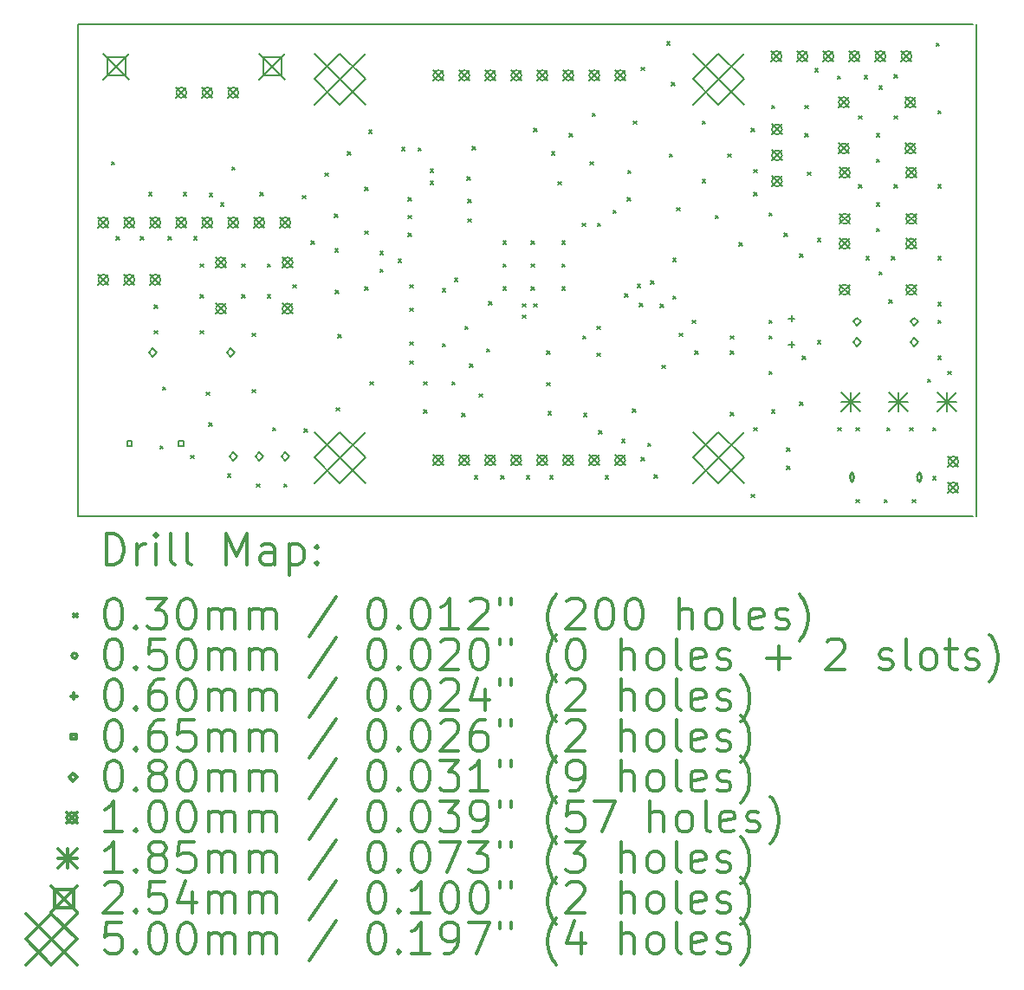
<source format=gbr>
%FSLAX45Y45*%
G04 Gerber Fmt 4.5, Leading zero omitted, Abs format (unit mm)*
G04 Created by KiCad (PCBNEW 5.0.2-bee76a0~70~ubuntu16.04.1) date fre 15 feb 2019 09:46:43*
%MOMM*%
%LPD*%
G01*
G04 APERTURE LIST*
%ADD10C,0.150000*%
%ADD11C,0.200000*%
%ADD12C,0.300000*%
G04 APERTURE END LIST*
D10*
X9530000Y-9450000D02*
X9530000Y-4640000D01*
X18280000Y-9450000D02*
X9530000Y-9450000D01*
X18310000Y-4640000D02*
X18310000Y-9450000D01*
X9530000Y-4640000D02*
X18280000Y-4640000D01*
D11*
X9860000Y-5985000D02*
X9890000Y-6015000D01*
X9890000Y-5985000D02*
X9860000Y-6015000D01*
X9905000Y-6715000D02*
X9935000Y-6745000D01*
X9935000Y-6715000D02*
X9905000Y-6745000D01*
X10145000Y-6715000D02*
X10175000Y-6745000D01*
X10175000Y-6715000D02*
X10145000Y-6745000D01*
X10225000Y-6285000D02*
X10255000Y-6315000D01*
X10255000Y-6285000D02*
X10225000Y-6315000D01*
X10280000Y-7385000D02*
X10310000Y-7415000D01*
X10310000Y-7385000D02*
X10280000Y-7415000D01*
X10280000Y-7635000D02*
X10310000Y-7665000D01*
X10310000Y-7635000D02*
X10280000Y-7665000D01*
X10335000Y-8760000D02*
X10365000Y-8790000D01*
X10365000Y-8760000D02*
X10335000Y-8790000D01*
X10360000Y-8185000D02*
X10390000Y-8215000D01*
X10390000Y-8185000D02*
X10360000Y-8215000D01*
X10415000Y-6715000D02*
X10445000Y-6745000D01*
X10445000Y-6715000D02*
X10415000Y-6745000D01*
X10560000Y-6285000D02*
X10590000Y-6315000D01*
X10590000Y-6285000D02*
X10560000Y-6315000D01*
X10635000Y-8855000D02*
X10665000Y-8885000D01*
X10665000Y-8855000D02*
X10635000Y-8885000D01*
X10665000Y-6715000D02*
X10695000Y-6745000D01*
X10695000Y-6715000D02*
X10665000Y-6745000D01*
X10725000Y-6985000D02*
X10755000Y-7015000D01*
X10755000Y-6985000D02*
X10725000Y-7015000D01*
X10725000Y-7285000D02*
X10755000Y-7315000D01*
X10755000Y-7285000D02*
X10725000Y-7315000D01*
X10725000Y-7635000D02*
X10755000Y-7665000D01*
X10755000Y-7635000D02*
X10725000Y-7665000D01*
X10785000Y-8235000D02*
X10815000Y-8265000D01*
X10815000Y-8235000D02*
X10785000Y-8265000D01*
X10810000Y-8535000D02*
X10840000Y-8565000D01*
X10840000Y-8535000D02*
X10810000Y-8565000D01*
X10815000Y-6295000D02*
X10845000Y-6325000D01*
X10845000Y-6295000D02*
X10815000Y-6325000D01*
X10925000Y-6385000D02*
X10955000Y-6415000D01*
X10955000Y-6385000D02*
X10925000Y-6415000D01*
X10995000Y-9035000D02*
X11025000Y-9065000D01*
X11025000Y-9035000D02*
X10995000Y-9065000D01*
X11035000Y-6035000D02*
X11065000Y-6065000D01*
X11065000Y-6035000D02*
X11035000Y-6065000D01*
X11135000Y-6985000D02*
X11165000Y-7015000D01*
X11165000Y-6985000D02*
X11135000Y-7015000D01*
X11135000Y-7285000D02*
X11165000Y-7315000D01*
X11165000Y-7285000D02*
X11135000Y-7315000D01*
X11235000Y-7660000D02*
X11265000Y-7690000D01*
X11265000Y-7660000D02*
X11235000Y-7690000D01*
X11235000Y-8210000D02*
X11265000Y-8240000D01*
X11265000Y-8210000D02*
X11235000Y-8240000D01*
X11275000Y-9135000D02*
X11305000Y-9165000D01*
X11305000Y-9135000D02*
X11275000Y-9165000D01*
X11310000Y-6285000D02*
X11340000Y-6315000D01*
X11340000Y-6285000D02*
X11310000Y-6315000D01*
X11385000Y-6985000D02*
X11415000Y-7015000D01*
X11415000Y-6985000D02*
X11385000Y-7015000D01*
X11385000Y-7285000D02*
X11415000Y-7315000D01*
X11415000Y-7285000D02*
X11385000Y-7315000D01*
X11435000Y-8585000D02*
X11465000Y-8615000D01*
X11465000Y-8585000D02*
X11435000Y-8615000D01*
X11545000Y-9135000D02*
X11575000Y-9165000D01*
X11575000Y-9135000D02*
X11545000Y-9165000D01*
X11635000Y-7185000D02*
X11665000Y-7215000D01*
X11665000Y-7185000D02*
X11635000Y-7215000D01*
X11725000Y-6315000D02*
X11755000Y-6345000D01*
X11755000Y-6315000D02*
X11725000Y-6345000D01*
X11745000Y-8595000D02*
X11775000Y-8625000D01*
X11775000Y-8595000D02*
X11745000Y-8625000D01*
X11810000Y-6760000D02*
X11840000Y-6790000D01*
X11840000Y-6760000D02*
X11810000Y-6790000D01*
X11945000Y-6095000D02*
X11975000Y-6125000D01*
X11975000Y-6095000D02*
X11945000Y-6125000D01*
X12040000Y-6495000D02*
X12070000Y-6525000D01*
X12070000Y-6495000D02*
X12040000Y-6525000D01*
X12045000Y-6835000D02*
X12075000Y-6865000D01*
X12075000Y-6835000D02*
X12045000Y-6865000D01*
X12050000Y-7240000D02*
X12080000Y-7270000D01*
X12080000Y-7240000D02*
X12050000Y-7270000D01*
X12057500Y-8387500D02*
X12087500Y-8417500D01*
X12087500Y-8387500D02*
X12057500Y-8417500D01*
X12075000Y-7675000D02*
X12105000Y-7705000D01*
X12105000Y-7675000D02*
X12075000Y-7705000D01*
X12165000Y-5885000D02*
X12195000Y-5915000D01*
X12195000Y-5885000D02*
X12165000Y-5915000D01*
X12335000Y-6235000D02*
X12365000Y-6265000D01*
X12365000Y-6235000D02*
X12335000Y-6265000D01*
X12335000Y-6660000D02*
X12365000Y-6690000D01*
X12365000Y-6660000D02*
X12335000Y-6690000D01*
X12335000Y-7210000D02*
X12365000Y-7240000D01*
X12365000Y-7210000D02*
X12335000Y-7240000D01*
X12375000Y-5675000D02*
X12405000Y-5705000D01*
X12405000Y-5675000D02*
X12375000Y-5705000D01*
X12385000Y-8135000D02*
X12415000Y-8165000D01*
X12415000Y-8135000D02*
X12385000Y-8165000D01*
X12485000Y-6860000D02*
X12515000Y-6890000D01*
X12515000Y-6860000D02*
X12485000Y-6890000D01*
X12485000Y-7035000D02*
X12515000Y-7065000D01*
X12515000Y-7035000D02*
X12485000Y-7065000D01*
X12660000Y-6935000D02*
X12690000Y-6965000D01*
X12690000Y-6935000D02*
X12660000Y-6965000D01*
X12695000Y-5845000D02*
X12725000Y-5875000D01*
X12725000Y-5845000D02*
X12695000Y-5875000D01*
X12760000Y-6335000D02*
X12790000Y-6365000D01*
X12790000Y-6335000D02*
X12760000Y-6365000D01*
X12760000Y-6510000D02*
X12790000Y-6540000D01*
X12790000Y-6510000D02*
X12760000Y-6540000D01*
X12760000Y-6685000D02*
X12790000Y-6715000D01*
X12790000Y-6685000D02*
X12760000Y-6715000D01*
X12775000Y-7185000D02*
X12805000Y-7215000D01*
X12805000Y-7185000D02*
X12775000Y-7215000D01*
X12775000Y-7415000D02*
X12805000Y-7445000D01*
X12805000Y-7415000D02*
X12775000Y-7445000D01*
X12775000Y-7747500D02*
X12805000Y-7777500D01*
X12805000Y-7747500D02*
X12775000Y-7777500D01*
X12775000Y-7930000D02*
X12805000Y-7960000D01*
X12805000Y-7930000D02*
X12775000Y-7960000D01*
X12855000Y-5850000D02*
X12885000Y-5880000D01*
X12885000Y-5850000D02*
X12855000Y-5880000D01*
X12910000Y-8135000D02*
X12940000Y-8165000D01*
X12940000Y-8135000D02*
X12910000Y-8165000D01*
X12910000Y-8410000D02*
X12940000Y-8440000D01*
X12940000Y-8410000D02*
X12910000Y-8440000D01*
X12975000Y-6055000D02*
X13005000Y-6085000D01*
X13005000Y-6055000D02*
X12975000Y-6085000D01*
X12975000Y-6175000D02*
X13005000Y-6205000D01*
X13005000Y-6175000D02*
X12975000Y-6205000D01*
X13095000Y-7225000D02*
X13125000Y-7255000D01*
X13125000Y-7225000D02*
X13095000Y-7255000D01*
X13095000Y-7762400D02*
X13125000Y-7792400D01*
X13125000Y-7762400D02*
X13095000Y-7792400D01*
X13185000Y-8135000D02*
X13215000Y-8165000D01*
X13215000Y-8135000D02*
X13185000Y-8165000D01*
X13210000Y-7125000D02*
X13240000Y-7155000D01*
X13240000Y-7125000D02*
X13210000Y-7155000D01*
X13285000Y-8445000D02*
X13315000Y-8475000D01*
X13315000Y-8445000D02*
X13285000Y-8475000D01*
X13315000Y-7595000D02*
X13345000Y-7625000D01*
X13345000Y-7595000D02*
X13315000Y-7625000D01*
X13335000Y-6135000D02*
X13365000Y-6165000D01*
X13365000Y-6135000D02*
X13335000Y-6165000D01*
X13345000Y-6355000D02*
X13375000Y-6385000D01*
X13375000Y-6355000D02*
X13345000Y-6385000D01*
X13345000Y-6545000D02*
X13375000Y-6575000D01*
X13375000Y-6545000D02*
X13345000Y-6575000D01*
X13360000Y-7960000D02*
X13390000Y-7990000D01*
X13390000Y-7960000D02*
X13360000Y-7990000D01*
X13385000Y-5835000D02*
X13415000Y-5865000D01*
X13415000Y-5835000D02*
X13385000Y-5865000D01*
X13405000Y-9055000D02*
X13435000Y-9085000D01*
X13435000Y-9055000D02*
X13405000Y-9085000D01*
X13455000Y-8255000D02*
X13485000Y-8285000D01*
X13485000Y-8255000D02*
X13455000Y-8285000D01*
X13525000Y-7815000D02*
X13555000Y-7845000D01*
X13555000Y-7815000D02*
X13525000Y-7845000D01*
X13545000Y-7350000D02*
X13575000Y-7380000D01*
X13575000Y-7350000D02*
X13545000Y-7380000D01*
X13665000Y-9055000D02*
X13695000Y-9085000D01*
X13695000Y-9055000D02*
X13665000Y-9085000D01*
X13685000Y-6760000D02*
X13715000Y-6790000D01*
X13715000Y-6760000D02*
X13685000Y-6790000D01*
X13685000Y-6985000D02*
X13715000Y-7015000D01*
X13715000Y-6985000D02*
X13685000Y-7015000D01*
X13685000Y-7210000D02*
X13715000Y-7240000D01*
X13715000Y-7210000D02*
X13685000Y-7240000D01*
X13875000Y-7485000D02*
X13905000Y-7515000D01*
X13905000Y-7485000D02*
X13875000Y-7515000D01*
X13877500Y-7372500D02*
X13907500Y-7402500D01*
X13907500Y-7372500D02*
X13877500Y-7402500D01*
X13915000Y-9055000D02*
X13945000Y-9085000D01*
X13945000Y-9055000D02*
X13915000Y-9085000D01*
X13960000Y-6760000D02*
X13990000Y-6790000D01*
X13990000Y-6760000D02*
X13960000Y-6790000D01*
X13960000Y-6985000D02*
X13990000Y-7015000D01*
X13990000Y-6985000D02*
X13960000Y-7015000D01*
X13960000Y-7210000D02*
X13990000Y-7240000D01*
X13990000Y-7210000D02*
X13960000Y-7240000D01*
X13985000Y-5660000D02*
X14015000Y-5690000D01*
X14015000Y-5660000D02*
X13985000Y-5690000D01*
X13988000Y-7374000D02*
X14018000Y-7404000D01*
X14018000Y-7374000D02*
X13988000Y-7404000D01*
X14115000Y-7835000D02*
X14145000Y-7865000D01*
X14145000Y-7835000D02*
X14115000Y-7865000D01*
X14115000Y-8145000D02*
X14145000Y-8175000D01*
X14145000Y-8145000D02*
X14115000Y-8175000D01*
X14125000Y-8425000D02*
X14155000Y-8455000D01*
X14155000Y-8425000D02*
X14125000Y-8455000D01*
X14145000Y-9055000D02*
X14175000Y-9085000D01*
X14175000Y-9055000D02*
X14145000Y-9085000D01*
X14160000Y-5885000D02*
X14190000Y-5915000D01*
X14190000Y-5885000D02*
X14160000Y-5915000D01*
X14225000Y-6180000D02*
X14255000Y-6210000D01*
X14255000Y-6180000D02*
X14225000Y-6210000D01*
X14260000Y-6760000D02*
X14290000Y-6790000D01*
X14290000Y-6760000D02*
X14260000Y-6790000D01*
X14260000Y-6985000D02*
X14290000Y-7015000D01*
X14290000Y-6985000D02*
X14260000Y-7015000D01*
X14260000Y-7210000D02*
X14290000Y-7240000D01*
X14290000Y-7210000D02*
X14260000Y-7240000D01*
X14335000Y-5710000D02*
X14365000Y-5740000D01*
X14365000Y-5710000D02*
X14335000Y-5740000D01*
X14460000Y-6585000D02*
X14490000Y-6615000D01*
X14490000Y-6585000D02*
X14460000Y-6615000D01*
X14465000Y-7685000D02*
X14495000Y-7715000D01*
X14495000Y-7685000D02*
X14465000Y-7715000D01*
X14475000Y-8445000D02*
X14505000Y-8475000D01*
X14505000Y-8445000D02*
X14475000Y-8475000D01*
X14535000Y-5985000D02*
X14565000Y-6015000D01*
X14565000Y-5985000D02*
X14535000Y-6015000D01*
X14560000Y-5510000D02*
X14590000Y-5540000D01*
X14590000Y-5510000D02*
X14560000Y-5540000D01*
X14605000Y-7595000D02*
X14635000Y-7625000D01*
X14635000Y-7595000D02*
X14605000Y-7625000D01*
X14605000Y-7855000D02*
X14635000Y-7885000D01*
X14635000Y-7855000D02*
X14605000Y-7885000D01*
X14610000Y-6585000D02*
X14640000Y-6615000D01*
X14640000Y-6585000D02*
X14610000Y-6615000D01*
X14622502Y-8615000D02*
X14652502Y-8645000D01*
X14652502Y-8615000D02*
X14622502Y-8645000D01*
X14685000Y-9055000D02*
X14715000Y-9085000D01*
X14715000Y-9055000D02*
X14685000Y-9085000D01*
X14760000Y-6460000D02*
X14790000Y-6490000D01*
X14790000Y-6460000D02*
X14760000Y-6490000D01*
X14845000Y-8700000D02*
X14875000Y-8730000D01*
X14875000Y-8700000D02*
X14845000Y-8730000D01*
X14875000Y-7275000D02*
X14905000Y-7305000D01*
X14905000Y-7275000D02*
X14875000Y-7305000D01*
X14900000Y-6337500D02*
X14930000Y-6367500D01*
X14930000Y-6337500D02*
X14900000Y-6367500D01*
X14905000Y-6067500D02*
X14935000Y-6097500D01*
X14935000Y-6067500D02*
X14905000Y-6097500D01*
X14953000Y-8402000D02*
X14983000Y-8432000D01*
X14983000Y-8402000D02*
X14953000Y-8432000D01*
X14960000Y-5585000D02*
X14990000Y-5615000D01*
X14990000Y-5585000D02*
X14960000Y-5615000D01*
X15000000Y-7182500D02*
X15030000Y-7212500D01*
X15030000Y-7182500D02*
X15000000Y-7212500D01*
X15020000Y-7370000D02*
X15050000Y-7400000D01*
X15050000Y-7370000D02*
X15020000Y-7400000D01*
X15035000Y-5060000D02*
X15065000Y-5090000D01*
X15065000Y-5060000D02*
X15035000Y-5090000D01*
X15035000Y-8875000D02*
X15065000Y-8905000D01*
X15065000Y-8875000D02*
X15035000Y-8905000D01*
X15100000Y-8737500D02*
X15130000Y-8767500D01*
X15130000Y-8737500D02*
X15100000Y-8767500D01*
X15130000Y-7147500D02*
X15160000Y-7177500D01*
X15160000Y-7147500D02*
X15130000Y-7177500D01*
X15165000Y-9045000D02*
X15195000Y-9075000D01*
X15195000Y-9045000D02*
X15165000Y-9075000D01*
X15225000Y-7376400D02*
X15255000Y-7406400D01*
X15255000Y-7376400D02*
X15225000Y-7406400D01*
X15239999Y-7975000D02*
X15269999Y-8005000D01*
X15269999Y-7975000D02*
X15239999Y-8005000D01*
X15285000Y-4810000D02*
X15315000Y-4840000D01*
X15315000Y-4810000D02*
X15285000Y-4840000D01*
X15310000Y-5910000D02*
X15340000Y-5940000D01*
X15340000Y-5910000D02*
X15310000Y-5940000D01*
X15335000Y-5210000D02*
X15365000Y-5240000D01*
X15365000Y-5210000D02*
X15335000Y-5240000D01*
X15344000Y-6927000D02*
X15374000Y-6957000D01*
X15374000Y-6927000D02*
X15344000Y-6957000D01*
X15344000Y-7297000D02*
X15374000Y-7327000D01*
X15374000Y-7297000D02*
X15344000Y-7327000D01*
X15385000Y-6435000D02*
X15415000Y-6465000D01*
X15415000Y-6435000D02*
X15385000Y-6465000D01*
X15410000Y-7660000D02*
X15440000Y-7690000D01*
X15440000Y-7660000D02*
X15410000Y-7690000D01*
X15535000Y-7535000D02*
X15565000Y-7565000D01*
X15565000Y-7535000D02*
X15535000Y-7565000D01*
X15560000Y-7835000D02*
X15590000Y-7865000D01*
X15590000Y-7835000D02*
X15560000Y-7865000D01*
X15635000Y-5585000D02*
X15665000Y-5615000D01*
X15665000Y-5585000D02*
X15635000Y-5615000D01*
X15635000Y-6160000D02*
X15665000Y-6190000D01*
X15665000Y-6160000D02*
X15635000Y-6190000D01*
X15760000Y-6510000D02*
X15790000Y-6540000D01*
X15790000Y-6510000D02*
X15760000Y-6540000D01*
X15885000Y-5910000D02*
X15915000Y-5940000D01*
X15915000Y-5910000D02*
X15885000Y-5940000D01*
X15910000Y-7685000D02*
X15940000Y-7715000D01*
X15940000Y-7685000D02*
X15910000Y-7715000D01*
X15910000Y-7835000D02*
X15940000Y-7865000D01*
X15940000Y-7835000D02*
X15910000Y-7865000D01*
X15910000Y-8435000D02*
X15940000Y-8465000D01*
X15940000Y-8435000D02*
X15910000Y-8465000D01*
X15995000Y-6775000D02*
X16025000Y-6805000D01*
X16025000Y-6775000D02*
X15995000Y-6805000D01*
X16110000Y-5660000D02*
X16140000Y-5690000D01*
X16140000Y-5660000D02*
X16110000Y-5690000D01*
X16110000Y-9235000D02*
X16140000Y-9265000D01*
X16140000Y-9235000D02*
X16110000Y-9265000D01*
X16135000Y-6060000D02*
X16165000Y-6090000D01*
X16165000Y-6060000D02*
X16135000Y-6090000D01*
X16135000Y-6285000D02*
X16165000Y-6315000D01*
X16165000Y-6285000D02*
X16135000Y-6315000D01*
X16135000Y-8585000D02*
X16165000Y-8615000D01*
X16165000Y-8585000D02*
X16135000Y-8615000D01*
X16285000Y-6485000D02*
X16315000Y-6515000D01*
X16315000Y-6485000D02*
X16285000Y-6515000D01*
X16285000Y-7535000D02*
X16315000Y-7565000D01*
X16315000Y-7535000D02*
X16285000Y-7565000D01*
X16285000Y-7685000D02*
X16315000Y-7715000D01*
X16315000Y-7685000D02*
X16285000Y-7715000D01*
X16285000Y-8035000D02*
X16315000Y-8065000D01*
X16315000Y-8035000D02*
X16285000Y-8065000D01*
X16310000Y-5435000D02*
X16340000Y-5465000D01*
X16340000Y-5435000D02*
X16310000Y-5465000D01*
X16310000Y-8410000D02*
X16340000Y-8440000D01*
X16340000Y-8410000D02*
X16310000Y-8440000D01*
X16435000Y-6685000D02*
X16465000Y-6715000D01*
X16465000Y-6685000D02*
X16435000Y-6715000D01*
X16460000Y-8785000D02*
X16490000Y-8815000D01*
X16490000Y-8785000D02*
X16460000Y-8815000D01*
X16460000Y-8960000D02*
X16490000Y-8990000D01*
X16490000Y-8960000D02*
X16460000Y-8990000D01*
X16585000Y-6885000D02*
X16615000Y-6915000D01*
X16615000Y-6885000D02*
X16585000Y-6915000D01*
X16585000Y-8335000D02*
X16615000Y-8365000D01*
X16615000Y-8335000D02*
X16585000Y-8365000D01*
X16610000Y-7885000D02*
X16640000Y-7915000D01*
X16640000Y-7885000D02*
X16610000Y-7915000D01*
X16635000Y-5710000D02*
X16665000Y-5740000D01*
X16665000Y-5710000D02*
X16635000Y-5740000D01*
X16638000Y-5435000D02*
X16668000Y-5465000D01*
X16668000Y-5435000D02*
X16638000Y-5465000D01*
X16660000Y-6085000D02*
X16690000Y-6115000D01*
X16690000Y-6085000D02*
X16660000Y-6115000D01*
X16735000Y-5075000D02*
X16765000Y-5105000D01*
X16765000Y-5075000D02*
X16735000Y-5105000D01*
X16760000Y-6735000D02*
X16790000Y-6765000D01*
X16790000Y-6735000D02*
X16760000Y-6765000D01*
X16760000Y-7735000D02*
X16790000Y-7765000D01*
X16790000Y-7735000D02*
X16760000Y-7765000D01*
X16955000Y-5145000D02*
X16985000Y-5175000D01*
X16985000Y-5145000D02*
X16955000Y-5175000D01*
X16960000Y-8585000D02*
X16990000Y-8615000D01*
X16990000Y-8585000D02*
X16960000Y-8615000D01*
X17135000Y-8585000D02*
X17165000Y-8615000D01*
X17165000Y-8585000D02*
X17135000Y-8615000D01*
X17135000Y-9285000D02*
X17165000Y-9315000D01*
X17165000Y-9285000D02*
X17135000Y-9315000D01*
X17160000Y-5535000D02*
X17190000Y-5565000D01*
X17190000Y-5535000D02*
X17160000Y-5565000D01*
X17160000Y-6210000D02*
X17190000Y-6240000D01*
X17190000Y-6210000D02*
X17160000Y-6240000D01*
X17215000Y-5140000D02*
X17245000Y-5170000D01*
X17245000Y-5140000D02*
X17215000Y-5170000D01*
X17235000Y-6910000D02*
X17265000Y-6940000D01*
X17265000Y-6910000D02*
X17235000Y-6940000D01*
X17335000Y-5710000D02*
X17365000Y-5740000D01*
X17365000Y-5710000D02*
X17335000Y-5740000D01*
X17335000Y-5960000D02*
X17365000Y-5990000D01*
X17365000Y-5960000D02*
X17335000Y-5990000D01*
X17335000Y-6385000D02*
X17365000Y-6415000D01*
X17365000Y-6385000D02*
X17335000Y-6415000D01*
X17335000Y-6635000D02*
X17365000Y-6665000D01*
X17365000Y-6635000D02*
X17335000Y-6665000D01*
X17360000Y-5245000D02*
X17390000Y-5275000D01*
X17390000Y-5245000D02*
X17360000Y-5275000D01*
X17360000Y-7060000D02*
X17390000Y-7090000D01*
X17390000Y-7060000D02*
X17360000Y-7090000D01*
X17410000Y-9285000D02*
X17440000Y-9315000D01*
X17440000Y-9285000D02*
X17410000Y-9315000D01*
X17435000Y-8585000D02*
X17465000Y-8615000D01*
X17465000Y-8585000D02*
X17435000Y-8615000D01*
X17460000Y-7335000D02*
X17490000Y-7365000D01*
X17490000Y-7335000D02*
X17460000Y-7365000D01*
X17485000Y-6910000D02*
X17515000Y-6940000D01*
X17515000Y-6910000D02*
X17485000Y-6940000D01*
X17510000Y-5135000D02*
X17540000Y-5165000D01*
X17540000Y-5135000D02*
X17510000Y-5165000D01*
X17510000Y-5535000D02*
X17540000Y-5565000D01*
X17540000Y-5535000D02*
X17510000Y-5565000D01*
X17510000Y-6210000D02*
X17540000Y-6240000D01*
X17540000Y-6210000D02*
X17510000Y-6240000D01*
X17660000Y-8585000D02*
X17690000Y-8615000D01*
X17690000Y-8585000D02*
X17660000Y-8615000D01*
X17685000Y-9285000D02*
X17715000Y-9315000D01*
X17715000Y-9285000D02*
X17685000Y-9315000D01*
X17835000Y-8110000D02*
X17865000Y-8140000D01*
X17865000Y-8110000D02*
X17835000Y-8140000D01*
X17885000Y-8585000D02*
X17915000Y-8615000D01*
X17915000Y-8585000D02*
X17885000Y-8615000D01*
X17885000Y-9060000D02*
X17915000Y-9090000D01*
X17915000Y-9060000D02*
X17885000Y-9090000D01*
X17920000Y-4825000D02*
X17950000Y-4855000D01*
X17950000Y-4825000D02*
X17920000Y-4855000D01*
X17935000Y-5485000D02*
X17965000Y-5515000D01*
X17965000Y-5485000D02*
X17935000Y-5515000D01*
X17935000Y-6210000D02*
X17965000Y-6240000D01*
X17965000Y-6210000D02*
X17935000Y-6240000D01*
X17935000Y-6910000D02*
X17965000Y-6940000D01*
X17965000Y-6910000D02*
X17935000Y-6940000D01*
X17935000Y-7360000D02*
X17965000Y-7390000D01*
X17965000Y-7360000D02*
X17935000Y-7390000D01*
X17935000Y-7535000D02*
X17965000Y-7565000D01*
X17965000Y-7535000D02*
X17935000Y-7565000D01*
X17935000Y-7885000D02*
X17965000Y-7915000D01*
X17965000Y-7885000D02*
X17935000Y-7915000D01*
X18035000Y-8035000D02*
X18065000Y-8065000D01*
X18065000Y-8035000D02*
X18035000Y-8065000D01*
X17119400Y-9067800D02*
G75*
G03X17119400Y-9067800I-25000J0D01*
G01*
X17079400Y-9032800D02*
X17079400Y-9102800D01*
X17109400Y-9032800D02*
X17109400Y-9102800D01*
X17079400Y-9102800D02*
G75*
G03X17109400Y-9102800I15000J0D01*
G01*
X17109400Y-9032800D02*
G75*
G03X17079400Y-9032800I-15000J0D01*
G01*
X17779400Y-9067800D02*
G75*
G03X17779400Y-9067800I-25000J0D01*
G01*
X17739400Y-9032800D02*
X17739400Y-9102800D01*
X17769400Y-9032800D02*
X17769400Y-9102800D01*
X17739400Y-9102800D02*
G75*
G03X17769400Y-9102800I15000J0D01*
G01*
X17769400Y-9032800D02*
G75*
G03X17739400Y-9032800I-15000J0D01*
G01*
X16505000Y-7486000D02*
X16505000Y-7546000D01*
X16475000Y-7516000D02*
X16535000Y-7516000D01*
X16505000Y-7740000D02*
X16505000Y-7800000D01*
X16475000Y-7770000D02*
X16535000Y-7770000D01*
X10059981Y-8760581D02*
X10059981Y-8714619D01*
X10014019Y-8714619D01*
X10014019Y-8760581D01*
X10059981Y-8760581D01*
X10559981Y-8760581D02*
X10559981Y-8714619D01*
X10514019Y-8714619D01*
X10514019Y-8760581D01*
X10559981Y-8760581D01*
X17703800Y-7587000D02*
X17743800Y-7547000D01*
X17703800Y-7507000D01*
X17663800Y-7547000D01*
X17703800Y-7587000D01*
X17703800Y-7787000D02*
X17743800Y-7747000D01*
X17703800Y-7707000D01*
X17663800Y-7747000D01*
X17703800Y-7787000D01*
X11049000Y-8904600D02*
X11089000Y-8864600D01*
X11049000Y-8824600D01*
X11009000Y-8864600D01*
X11049000Y-8904600D01*
X11303000Y-8904600D02*
X11343000Y-8864600D01*
X11303000Y-8824600D01*
X11263000Y-8864600D01*
X11303000Y-8904600D01*
X11557000Y-8904600D02*
X11597000Y-8864600D01*
X11557000Y-8824600D01*
X11517000Y-8864600D01*
X11557000Y-8904600D01*
X10261600Y-7888600D02*
X10301600Y-7848600D01*
X10261600Y-7808600D01*
X10221600Y-7848600D01*
X10261600Y-7888600D01*
X11023600Y-7888600D02*
X11063600Y-7848600D01*
X11023600Y-7808600D01*
X10983600Y-7848600D01*
X11023600Y-7888600D01*
X17145000Y-7587000D02*
X17185000Y-7547000D01*
X17145000Y-7507000D01*
X17105000Y-7547000D01*
X17145000Y-7587000D01*
X17145000Y-7787000D02*
X17185000Y-7747000D01*
X17145000Y-7707000D01*
X17105000Y-7747000D01*
X17145000Y-7787000D01*
X16975400Y-6041800D02*
X17075400Y-6141800D01*
X17075400Y-6041800D02*
X16975400Y-6141800D01*
X17075400Y-6091800D02*
G75*
G03X17075400Y-6091800I-50000J0D01*
G01*
X16975400Y-6491800D02*
X17075400Y-6591800D01*
X17075400Y-6491800D02*
X16975400Y-6591800D01*
X17075400Y-6541800D02*
G75*
G03X17075400Y-6541800I-50000J0D01*
G01*
X17625400Y-6041800D02*
X17725400Y-6141800D01*
X17725400Y-6041800D02*
X17625400Y-6141800D01*
X17725400Y-6091800D02*
G75*
G03X17725400Y-6091800I-50000J0D01*
G01*
X17625400Y-6491800D02*
X17725400Y-6591800D01*
X17725400Y-6491800D02*
X17625400Y-6591800D01*
X17725400Y-6541800D02*
G75*
G03X17725400Y-6541800I-50000J0D01*
G01*
X16307600Y-4903000D02*
X16407600Y-5003000D01*
X16407600Y-4903000D02*
X16307600Y-5003000D01*
X16407600Y-4953000D02*
G75*
G03X16407600Y-4953000I-50000J0D01*
G01*
X16561600Y-4903000D02*
X16661600Y-5003000D01*
X16661600Y-4903000D02*
X16561600Y-5003000D01*
X16661600Y-4953000D02*
G75*
G03X16661600Y-4953000I-50000J0D01*
G01*
X16815600Y-4903000D02*
X16915600Y-5003000D01*
X16915600Y-4903000D02*
X16815600Y-5003000D01*
X16915600Y-4953000D02*
G75*
G03X16915600Y-4953000I-50000J0D01*
G01*
X17069600Y-4903000D02*
X17169600Y-5003000D01*
X17169600Y-4903000D02*
X17069600Y-5003000D01*
X17169600Y-4953000D02*
G75*
G03X17169600Y-4953000I-50000J0D01*
G01*
X17323600Y-4903000D02*
X17423600Y-5003000D01*
X17423600Y-4903000D02*
X17323600Y-5003000D01*
X17423600Y-4953000D02*
G75*
G03X17423600Y-4953000I-50000J0D01*
G01*
X17577600Y-4903000D02*
X17677600Y-5003000D01*
X17677600Y-4903000D02*
X17577600Y-5003000D01*
X17677600Y-4953000D02*
G75*
G03X17677600Y-4953000I-50000J0D01*
G01*
X13002000Y-8852000D02*
X13102000Y-8952000D01*
X13102000Y-8852000D02*
X13002000Y-8952000D01*
X13102000Y-8902000D02*
G75*
G03X13102000Y-8902000I-50000J0D01*
G01*
X13004681Y-5089488D02*
X13104681Y-5189488D01*
X13104681Y-5089488D02*
X13004681Y-5189488D01*
X13104681Y-5139488D02*
G75*
G03X13104681Y-5139488I-50000J0D01*
G01*
X13256000Y-8852000D02*
X13356000Y-8952000D01*
X13356000Y-8852000D02*
X13256000Y-8952000D01*
X13356000Y-8902000D02*
G75*
G03X13356000Y-8902000I-50000J0D01*
G01*
X13258681Y-5089488D02*
X13358681Y-5189488D01*
X13358681Y-5089488D02*
X13258681Y-5189488D01*
X13358681Y-5139488D02*
G75*
G03X13358681Y-5139488I-50000J0D01*
G01*
X13510000Y-8852000D02*
X13610000Y-8952000D01*
X13610000Y-8852000D02*
X13510000Y-8952000D01*
X13610000Y-8902000D02*
G75*
G03X13610000Y-8902000I-50000J0D01*
G01*
X13512681Y-5089488D02*
X13612681Y-5189488D01*
X13612681Y-5089488D02*
X13512681Y-5189488D01*
X13612681Y-5139488D02*
G75*
G03X13612681Y-5139488I-50000J0D01*
G01*
X13764000Y-8852000D02*
X13864000Y-8952000D01*
X13864000Y-8852000D02*
X13764000Y-8952000D01*
X13864000Y-8902000D02*
G75*
G03X13864000Y-8902000I-50000J0D01*
G01*
X13766681Y-5089488D02*
X13866681Y-5189488D01*
X13866681Y-5089488D02*
X13766681Y-5189488D01*
X13866681Y-5139488D02*
G75*
G03X13866681Y-5139488I-50000J0D01*
G01*
X14018000Y-8852000D02*
X14118000Y-8952000D01*
X14118000Y-8852000D02*
X14018000Y-8952000D01*
X14118000Y-8902000D02*
G75*
G03X14118000Y-8902000I-50000J0D01*
G01*
X14020681Y-5089488D02*
X14120681Y-5189488D01*
X14120681Y-5089488D02*
X14020681Y-5189488D01*
X14120681Y-5139488D02*
G75*
G03X14120681Y-5139488I-50000J0D01*
G01*
X14272000Y-8852000D02*
X14372000Y-8952000D01*
X14372000Y-8852000D02*
X14272000Y-8952000D01*
X14372000Y-8902000D02*
G75*
G03X14372000Y-8902000I-50000J0D01*
G01*
X14274681Y-5089488D02*
X14374681Y-5189488D01*
X14374681Y-5089488D02*
X14274681Y-5189488D01*
X14374681Y-5139488D02*
G75*
G03X14374681Y-5139488I-50000J0D01*
G01*
X14526000Y-8852000D02*
X14626000Y-8952000D01*
X14626000Y-8852000D02*
X14526000Y-8952000D01*
X14626000Y-8902000D02*
G75*
G03X14626000Y-8902000I-50000J0D01*
G01*
X14528681Y-5089488D02*
X14628681Y-5189488D01*
X14628681Y-5089488D02*
X14528681Y-5189488D01*
X14628681Y-5139488D02*
G75*
G03X14628681Y-5139488I-50000J0D01*
G01*
X14780000Y-8852000D02*
X14880000Y-8952000D01*
X14880000Y-8852000D02*
X14780000Y-8952000D01*
X14880000Y-8902000D02*
G75*
G03X14880000Y-8902000I-50000J0D01*
G01*
X14782681Y-5089488D02*
X14882681Y-5189488D01*
X14882681Y-5089488D02*
X14782681Y-5189488D01*
X14882681Y-5139488D02*
G75*
G03X14882681Y-5139488I-50000J0D01*
G01*
X16973200Y-6735400D02*
X17073200Y-6835400D01*
X17073200Y-6735400D02*
X16973200Y-6835400D01*
X17073200Y-6785400D02*
G75*
G03X17073200Y-6785400I-50000J0D01*
G01*
X16973200Y-7185400D02*
X17073200Y-7285400D01*
X17073200Y-7185400D02*
X16973200Y-7285400D01*
X17073200Y-7235400D02*
G75*
G03X17073200Y-7235400I-50000J0D01*
G01*
X17623200Y-6735400D02*
X17723200Y-6835400D01*
X17723200Y-6735400D02*
X17623200Y-6835400D01*
X17723200Y-6785400D02*
G75*
G03X17723200Y-6785400I-50000J0D01*
G01*
X17623200Y-7185400D02*
X17723200Y-7285400D01*
X17723200Y-7185400D02*
X17623200Y-7285400D01*
X17723200Y-7235400D02*
G75*
G03X17723200Y-7235400I-50000J0D01*
G01*
X16965400Y-5353800D02*
X17065400Y-5453800D01*
X17065400Y-5353800D02*
X16965400Y-5453800D01*
X17065400Y-5403800D02*
G75*
G03X17065400Y-5403800I-50000J0D01*
G01*
X16965400Y-5803800D02*
X17065400Y-5903800D01*
X17065400Y-5803800D02*
X16965400Y-5903800D01*
X17065400Y-5853800D02*
G75*
G03X17065400Y-5853800I-50000J0D01*
G01*
X17615400Y-5353800D02*
X17715400Y-5453800D01*
X17715400Y-5353800D02*
X17615400Y-5453800D01*
X17715400Y-5403800D02*
G75*
G03X17715400Y-5403800I-50000J0D01*
G01*
X17615400Y-5803800D02*
X17715400Y-5903800D01*
X17715400Y-5803800D02*
X17615400Y-5903800D01*
X17715400Y-5853800D02*
G75*
G03X17715400Y-5853800I-50000J0D01*
G01*
X9729000Y-7087400D02*
X9829000Y-7187400D01*
X9829000Y-7087400D02*
X9729000Y-7187400D01*
X9829000Y-7137400D02*
G75*
G03X9829000Y-7137400I-50000J0D01*
G01*
X9983000Y-7087400D02*
X10083000Y-7187400D01*
X10083000Y-7087400D02*
X9983000Y-7187400D01*
X10083000Y-7137400D02*
G75*
G03X10083000Y-7137400I-50000J0D01*
G01*
X10237000Y-7087400D02*
X10337000Y-7187400D01*
X10337000Y-7087400D02*
X10237000Y-7187400D01*
X10337000Y-7137400D02*
G75*
G03X10337000Y-7137400I-50000J0D01*
G01*
X16312000Y-5618000D02*
X16412000Y-5718000D01*
X16412000Y-5618000D02*
X16312000Y-5718000D01*
X16412000Y-5668000D02*
G75*
G03X16412000Y-5668000I-50000J0D01*
G01*
X16312000Y-5872000D02*
X16412000Y-5972000D01*
X16412000Y-5872000D02*
X16312000Y-5972000D01*
X16412000Y-5922000D02*
G75*
G03X16412000Y-5922000I-50000J0D01*
G01*
X16312000Y-6126000D02*
X16412000Y-6226000D01*
X16412000Y-6126000D02*
X16312000Y-6226000D01*
X16412000Y-6176000D02*
G75*
G03X16412000Y-6176000I-50000J0D01*
G01*
X9729000Y-6528600D02*
X9829000Y-6628600D01*
X9829000Y-6528600D02*
X9729000Y-6628600D01*
X9829000Y-6578600D02*
G75*
G03X9829000Y-6578600I-50000J0D01*
G01*
X9983000Y-6528600D02*
X10083000Y-6628600D01*
X10083000Y-6528600D02*
X9983000Y-6628600D01*
X10083000Y-6578600D02*
G75*
G03X10083000Y-6578600I-50000J0D01*
G01*
X10237000Y-6528600D02*
X10337000Y-6628600D01*
X10337000Y-6528600D02*
X10237000Y-6628600D01*
X10337000Y-6578600D02*
G75*
G03X10337000Y-6578600I-50000J0D01*
G01*
X10491000Y-5258600D02*
X10591000Y-5358600D01*
X10591000Y-5258600D02*
X10491000Y-5358600D01*
X10591000Y-5308600D02*
G75*
G03X10591000Y-5308600I-50000J0D01*
G01*
X10491000Y-6528600D02*
X10591000Y-6628600D01*
X10591000Y-6528600D02*
X10491000Y-6628600D01*
X10591000Y-6578600D02*
G75*
G03X10591000Y-6578600I-50000J0D01*
G01*
X10745000Y-5258600D02*
X10845000Y-5358600D01*
X10845000Y-5258600D02*
X10745000Y-5358600D01*
X10845000Y-5308600D02*
G75*
G03X10845000Y-5308600I-50000J0D01*
G01*
X10745000Y-6528600D02*
X10845000Y-6628600D01*
X10845000Y-6528600D02*
X10745000Y-6628600D01*
X10845000Y-6578600D02*
G75*
G03X10845000Y-6578600I-50000J0D01*
G01*
X10999000Y-5258600D02*
X11099000Y-5358600D01*
X11099000Y-5258600D02*
X10999000Y-5358600D01*
X11099000Y-5308600D02*
G75*
G03X11099000Y-5308600I-50000J0D01*
G01*
X10999000Y-6528600D02*
X11099000Y-6628600D01*
X11099000Y-6528600D02*
X10999000Y-6628600D01*
X11099000Y-6578600D02*
G75*
G03X11099000Y-6578600I-50000J0D01*
G01*
X11253000Y-6528600D02*
X11353000Y-6628600D01*
X11353000Y-6528600D02*
X11253000Y-6628600D01*
X11353000Y-6578600D02*
G75*
G03X11353000Y-6578600I-50000J0D01*
G01*
X11507000Y-6528600D02*
X11607000Y-6628600D01*
X11607000Y-6528600D02*
X11507000Y-6628600D01*
X11607000Y-6578600D02*
G75*
G03X11607000Y-6578600I-50000J0D01*
G01*
X18034800Y-8865400D02*
X18134800Y-8965400D01*
X18134800Y-8865400D02*
X18034800Y-8965400D01*
X18134800Y-8915400D02*
G75*
G03X18134800Y-8915400I-50000J0D01*
G01*
X18034800Y-9119400D02*
X18134800Y-9219400D01*
X18134800Y-9119400D02*
X18034800Y-9219400D01*
X18134800Y-9169400D02*
G75*
G03X18134800Y-9169400I-50000J0D01*
G01*
X10879000Y-6920000D02*
X10979000Y-7020000D01*
X10979000Y-6920000D02*
X10879000Y-7020000D01*
X10979000Y-6970000D02*
G75*
G03X10979000Y-6970000I-50000J0D01*
G01*
X10879000Y-7370000D02*
X10979000Y-7470000D01*
X10979000Y-7370000D02*
X10879000Y-7470000D01*
X10979000Y-7420000D02*
G75*
G03X10979000Y-7420000I-50000J0D01*
G01*
X11529000Y-6920000D02*
X11629000Y-7020000D01*
X11629000Y-6920000D02*
X11529000Y-7020000D01*
X11629000Y-6970000D02*
G75*
G03X11629000Y-6970000I-50000J0D01*
G01*
X11529000Y-7370000D02*
X11629000Y-7470000D01*
X11629000Y-7370000D02*
X11529000Y-7470000D01*
X11629000Y-7420000D02*
G75*
G03X11629000Y-7420000I-50000J0D01*
G01*
X16988900Y-8238700D02*
X17173900Y-8423700D01*
X17173900Y-8238700D02*
X16988900Y-8423700D01*
X17081400Y-8238700D02*
X17081400Y-8423700D01*
X16988900Y-8331200D02*
X17173900Y-8331200D01*
X17458900Y-8238700D02*
X17643900Y-8423700D01*
X17643900Y-8238700D02*
X17458900Y-8423700D01*
X17551400Y-8238700D02*
X17551400Y-8423700D01*
X17458900Y-8331200D02*
X17643900Y-8331200D01*
X17928900Y-8238700D02*
X18113900Y-8423700D01*
X18113900Y-8238700D02*
X17928900Y-8423700D01*
X18021400Y-8238700D02*
X18021400Y-8423700D01*
X17928900Y-8331200D02*
X18113900Y-8331200D01*
X9779000Y-4927600D02*
X10033000Y-5181600D01*
X10033000Y-4927600D02*
X9779000Y-5181600D01*
X9995803Y-5144403D02*
X9995803Y-4964797D01*
X9816197Y-4964797D01*
X9816197Y-5144403D01*
X9995803Y-5144403D01*
X11303000Y-4927600D02*
X11557000Y-5181600D01*
X11557000Y-4927600D02*
X11303000Y-5181600D01*
X11519803Y-5144403D02*
X11519803Y-4964797D01*
X11340197Y-4964797D01*
X11340197Y-5144403D01*
X11519803Y-5144403D01*
X11842000Y-4927000D02*
X12342000Y-5427000D01*
X12342000Y-4927000D02*
X11842000Y-5427000D01*
X12092000Y-5427000D02*
X12342000Y-5177000D01*
X12092000Y-4927000D01*
X11842000Y-5177000D01*
X12092000Y-5427000D01*
X11842000Y-8627000D02*
X12342000Y-9127000D01*
X12342000Y-8627000D02*
X11842000Y-9127000D01*
X12092000Y-9127000D02*
X12342000Y-8877000D01*
X12092000Y-8627000D01*
X11842000Y-8877000D01*
X12092000Y-9127000D01*
X15542000Y-4927000D02*
X16042000Y-5427000D01*
X16042000Y-4927000D02*
X15542000Y-5427000D01*
X15792000Y-5427000D02*
X16042000Y-5177000D01*
X15792000Y-4927000D01*
X15542000Y-5177000D01*
X15792000Y-5427000D01*
X15542000Y-8627000D02*
X16042000Y-9127000D01*
X16042000Y-8627000D02*
X15542000Y-9127000D01*
X15792000Y-9127000D02*
X16042000Y-8877000D01*
X15792000Y-8627000D01*
X15542000Y-8877000D01*
X15792000Y-9127000D01*
D12*
X9808928Y-9923214D02*
X9808928Y-9623214D01*
X9880357Y-9623214D01*
X9923214Y-9637500D01*
X9951786Y-9666072D01*
X9966071Y-9694643D01*
X9980357Y-9751786D01*
X9980357Y-9794643D01*
X9966071Y-9851786D01*
X9951786Y-9880357D01*
X9923214Y-9908929D01*
X9880357Y-9923214D01*
X9808928Y-9923214D01*
X10108928Y-9923214D02*
X10108928Y-9723214D01*
X10108928Y-9780357D02*
X10123214Y-9751786D01*
X10137500Y-9737500D01*
X10166071Y-9723214D01*
X10194643Y-9723214D01*
X10294643Y-9923214D02*
X10294643Y-9723214D01*
X10294643Y-9623214D02*
X10280357Y-9637500D01*
X10294643Y-9651786D01*
X10308928Y-9637500D01*
X10294643Y-9623214D01*
X10294643Y-9651786D01*
X10480357Y-9923214D02*
X10451786Y-9908929D01*
X10437500Y-9880357D01*
X10437500Y-9623214D01*
X10637500Y-9923214D02*
X10608928Y-9908929D01*
X10594643Y-9880357D01*
X10594643Y-9623214D01*
X10980357Y-9923214D02*
X10980357Y-9623214D01*
X11080357Y-9837500D01*
X11180357Y-9623214D01*
X11180357Y-9923214D01*
X11451786Y-9923214D02*
X11451786Y-9766072D01*
X11437500Y-9737500D01*
X11408928Y-9723214D01*
X11351786Y-9723214D01*
X11323214Y-9737500D01*
X11451786Y-9908929D02*
X11423214Y-9923214D01*
X11351786Y-9923214D01*
X11323214Y-9908929D01*
X11308928Y-9880357D01*
X11308928Y-9851786D01*
X11323214Y-9823214D01*
X11351786Y-9808929D01*
X11423214Y-9808929D01*
X11451786Y-9794643D01*
X11594643Y-9723214D02*
X11594643Y-10023214D01*
X11594643Y-9737500D02*
X11623214Y-9723214D01*
X11680357Y-9723214D01*
X11708928Y-9737500D01*
X11723214Y-9751786D01*
X11737500Y-9780357D01*
X11737500Y-9866072D01*
X11723214Y-9894643D01*
X11708928Y-9908929D01*
X11680357Y-9923214D01*
X11623214Y-9923214D01*
X11594643Y-9908929D01*
X11866071Y-9894643D02*
X11880357Y-9908929D01*
X11866071Y-9923214D01*
X11851786Y-9908929D01*
X11866071Y-9894643D01*
X11866071Y-9923214D01*
X11866071Y-9737500D02*
X11880357Y-9751786D01*
X11866071Y-9766072D01*
X11851786Y-9751786D01*
X11866071Y-9737500D01*
X11866071Y-9766072D01*
X9492500Y-10402500D02*
X9522500Y-10432500D01*
X9522500Y-10402500D02*
X9492500Y-10432500D01*
X9866071Y-10253214D02*
X9894643Y-10253214D01*
X9923214Y-10267500D01*
X9937500Y-10281786D01*
X9951786Y-10310357D01*
X9966071Y-10367500D01*
X9966071Y-10438929D01*
X9951786Y-10496072D01*
X9937500Y-10524643D01*
X9923214Y-10538929D01*
X9894643Y-10553214D01*
X9866071Y-10553214D01*
X9837500Y-10538929D01*
X9823214Y-10524643D01*
X9808928Y-10496072D01*
X9794643Y-10438929D01*
X9794643Y-10367500D01*
X9808928Y-10310357D01*
X9823214Y-10281786D01*
X9837500Y-10267500D01*
X9866071Y-10253214D01*
X10094643Y-10524643D02*
X10108928Y-10538929D01*
X10094643Y-10553214D01*
X10080357Y-10538929D01*
X10094643Y-10524643D01*
X10094643Y-10553214D01*
X10208928Y-10253214D02*
X10394643Y-10253214D01*
X10294643Y-10367500D01*
X10337500Y-10367500D01*
X10366071Y-10381786D01*
X10380357Y-10396072D01*
X10394643Y-10424643D01*
X10394643Y-10496072D01*
X10380357Y-10524643D01*
X10366071Y-10538929D01*
X10337500Y-10553214D01*
X10251786Y-10553214D01*
X10223214Y-10538929D01*
X10208928Y-10524643D01*
X10580357Y-10253214D02*
X10608928Y-10253214D01*
X10637500Y-10267500D01*
X10651786Y-10281786D01*
X10666071Y-10310357D01*
X10680357Y-10367500D01*
X10680357Y-10438929D01*
X10666071Y-10496072D01*
X10651786Y-10524643D01*
X10637500Y-10538929D01*
X10608928Y-10553214D01*
X10580357Y-10553214D01*
X10551786Y-10538929D01*
X10537500Y-10524643D01*
X10523214Y-10496072D01*
X10508928Y-10438929D01*
X10508928Y-10367500D01*
X10523214Y-10310357D01*
X10537500Y-10281786D01*
X10551786Y-10267500D01*
X10580357Y-10253214D01*
X10808928Y-10553214D02*
X10808928Y-10353214D01*
X10808928Y-10381786D02*
X10823214Y-10367500D01*
X10851786Y-10353214D01*
X10894643Y-10353214D01*
X10923214Y-10367500D01*
X10937500Y-10396072D01*
X10937500Y-10553214D01*
X10937500Y-10396072D02*
X10951786Y-10367500D01*
X10980357Y-10353214D01*
X11023214Y-10353214D01*
X11051786Y-10367500D01*
X11066071Y-10396072D01*
X11066071Y-10553214D01*
X11208928Y-10553214D02*
X11208928Y-10353214D01*
X11208928Y-10381786D02*
X11223214Y-10367500D01*
X11251786Y-10353214D01*
X11294643Y-10353214D01*
X11323214Y-10367500D01*
X11337500Y-10396072D01*
X11337500Y-10553214D01*
X11337500Y-10396072D02*
X11351786Y-10367500D01*
X11380357Y-10353214D01*
X11423214Y-10353214D01*
X11451786Y-10367500D01*
X11466071Y-10396072D01*
X11466071Y-10553214D01*
X12051786Y-10238929D02*
X11794643Y-10624643D01*
X12437500Y-10253214D02*
X12466071Y-10253214D01*
X12494643Y-10267500D01*
X12508928Y-10281786D01*
X12523214Y-10310357D01*
X12537500Y-10367500D01*
X12537500Y-10438929D01*
X12523214Y-10496072D01*
X12508928Y-10524643D01*
X12494643Y-10538929D01*
X12466071Y-10553214D01*
X12437500Y-10553214D01*
X12408928Y-10538929D01*
X12394643Y-10524643D01*
X12380357Y-10496072D01*
X12366071Y-10438929D01*
X12366071Y-10367500D01*
X12380357Y-10310357D01*
X12394643Y-10281786D01*
X12408928Y-10267500D01*
X12437500Y-10253214D01*
X12666071Y-10524643D02*
X12680357Y-10538929D01*
X12666071Y-10553214D01*
X12651786Y-10538929D01*
X12666071Y-10524643D01*
X12666071Y-10553214D01*
X12866071Y-10253214D02*
X12894643Y-10253214D01*
X12923214Y-10267500D01*
X12937500Y-10281786D01*
X12951786Y-10310357D01*
X12966071Y-10367500D01*
X12966071Y-10438929D01*
X12951786Y-10496072D01*
X12937500Y-10524643D01*
X12923214Y-10538929D01*
X12894643Y-10553214D01*
X12866071Y-10553214D01*
X12837500Y-10538929D01*
X12823214Y-10524643D01*
X12808928Y-10496072D01*
X12794643Y-10438929D01*
X12794643Y-10367500D01*
X12808928Y-10310357D01*
X12823214Y-10281786D01*
X12837500Y-10267500D01*
X12866071Y-10253214D01*
X13251786Y-10553214D02*
X13080357Y-10553214D01*
X13166071Y-10553214D02*
X13166071Y-10253214D01*
X13137500Y-10296072D01*
X13108928Y-10324643D01*
X13080357Y-10338929D01*
X13366071Y-10281786D02*
X13380357Y-10267500D01*
X13408928Y-10253214D01*
X13480357Y-10253214D01*
X13508928Y-10267500D01*
X13523214Y-10281786D01*
X13537500Y-10310357D01*
X13537500Y-10338929D01*
X13523214Y-10381786D01*
X13351786Y-10553214D01*
X13537500Y-10553214D01*
X13651786Y-10253214D02*
X13651786Y-10310357D01*
X13766071Y-10253214D02*
X13766071Y-10310357D01*
X14208928Y-10667500D02*
X14194643Y-10653214D01*
X14166071Y-10610357D01*
X14151786Y-10581786D01*
X14137500Y-10538929D01*
X14123214Y-10467500D01*
X14123214Y-10410357D01*
X14137500Y-10338929D01*
X14151786Y-10296072D01*
X14166071Y-10267500D01*
X14194643Y-10224643D01*
X14208928Y-10210357D01*
X14308928Y-10281786D02*
X14323214Y-10267500D01*
X14351786Y-10253214D01*
X14423214Y-10253214D01*
X14451786Y-10267500D01*
X14466071Y-10281786D01*
X14480357Y-10310357D01*
X14480357Y-10338929D01*
X14466071Y-10381786D01*
X14294643Y-10553214D01*
X14480357Y-10553214D01*
X14666071Y-10253214D02*
X14694643Y-10253214D01*
X14723214Y-10267500D01*
X14737500Y-10281786D01*
X14751786Y-10310357D01*
X14766071Y-10367500D01*
X14766071Y-10438929D01*
X14751786Y-10496072D01*
X14737500Y-10524643D01*
X14723214Y-10538929D01*
X14694643Y-10553214D01*
X14666071Y-10553214D01*
X14637500Y-10538929D01*
X14623214Y-10524643D01*
X14608928Y-10496072D01*
X14594643Y-10438929D01*
X14594643Y-10367500D01*
X14608928Y-10310357D01*
X14623214Y-10281786D01*
X14637500Y-10267500D01*
X14666071Y-10253214D01*
X14951786Y-10253214D02*
X14980357Y-10253214D01*
X15008928Y-10267500D01*
X15023214Y-10281786D01*
X15037500Y-10310357D01*
X15051786Y-10367500D01*
X15051786Y-10438929D01*
X15037500Y-10496072D01*
X15023214Y-10524643D01*
X15008928Y-10538929D01*
X14980357Y-10553214D01*
X14951786Y-10553214D01*
X14923214Y-10538929D01*
X14908928Y-10524643D01*
X14894643Y-10496072D01*
X14880357Y-10438929D01*
X14880357Y-10367500D01*
X14894643Y-10310357D01*
X14908928Y-10281786D01*
X14923214Y-10267500D01*
X14951786Y-10253214D01*
X15408928Y-10553214D02*
X15408928Y-10253214D01*
X15537500Y-10553214D02*
X15537500Y-10396072D01*
X15523214Y-10367500D01*
X15494643Y-10353214D01*
X15451786Y-10353214D01*
X15423214Y-10367500D01*
X15408928Y-10381786D01*
X15723214Y-10553214D02*
X15694643Y-10538929D01*
X15680357Y-10524643D01*
X15666071Y-10496072D01*
X15666071Y-10410357D01*
X15680357Y-10381786D01*
X15694643Y-10367500D01*
X15723214Y-10353214D01*
X15766071Y-10353214D01*
X15794643Y-10367500D01*
X15808928Y-10381786D01*
X15823214Y-10410357D01*
X15823214Y-10496072D01*
X15808928Y-10524643D01*
X15794643Y-10538929D01*
X15766071Y-10553214D01*
X15723214Y-10553214D01*
X15994643Y-10553214D02*
X15966071Y-10538929D01*
X15951786Y-10510357D01*
X15951786Y-10253214D01*
X16223214Y-10538929D02*
X16194643Y-10553214D01*
X16137500Y-10553214D01*
X16108928Y-10538929D01*
X16094643Y-10510357D01*
X16094643Y-10396072D01*
X16108928Y-10367500D01*
X16137500Y-10353214D01*
X16194643Y-10353214D01*
X16223214Y-10367500D01*
X16237500Y-10396072D01*
X16237500Y-10424643D01*
X16094643Y-10453214D01*
X16351786Y-10538929D02*
X16380357Y-10553214D01*
X16437500Y-10553214D01*
X16466071Y-10538929D01*
X16480357Y-10510357D01*
X16480357Y-10496072D01*
X16466071Y-10467500D01*
X16437500Y-10453214D01*
X16394643Y-10453214D01*
X16366071Y-10438929D01*
X16351786Y-10410357D01*
X16351786Y-10396072D01*
X16366071Y-10367500D01*
X16394643Y-10353214D01*
X16437500Y-10353214D01*
X16466071Y-10367500D01*
X16580357Y-10667500D02*
X16594643Y-10653214D01*
X16623214Y-10610357D01*
X16637500Y-10581786D01*
X16651786Y-10538929D01*
X16666071Y-10467500D01*
X16666071Y-10410357D01*
X16651786Y-10338929D01*
X16637500Y-10296072D01*
X16623214Y-10267500D01*
X16594643Y-10224643D01*
X16580357Y-10210357D01*
X9522500Y-10813500D02*
G75*
G03X9522500Y-10813500I-25000J0D01*
G01*
X9866071Y-10649214D02*
X9894643Y-10649214D01*
X9923214Y-10663500D01*
X9937500Y-10677786D01*
X9951786Y-10706357D01*
X9966071Y-10763500D01*
X9966071Y-10834929D01*
X9951786Y-10892072D01*
X9937500Y-10920643D01*
X9923214Y-10934929D01*
X9894643Y-10949214D01*
X9866071Y-10949214D01*
X9837500Y-10934929D01*
X9823214Y-10920643D01*
X9808928Y-10892072D01*
X9794643Y-10834929D01*
X9794643Y-10763500D01*
X9808928Y-10706357D01*
X9823214Y-10677786D01*
X9837500Y-10663500D01*
X9866071Y-10649214D01*
X10094643Y-10920643D02*
X10108928Y-10934929D01*
X10094643Y-10949214D01*
X10080357Y-10934929D01*
X10094643Y-10920643D01*
X10094643Y-10949214D01*
X10380357Y-10649214D02*
X10237500Y-10649214D01*
X10223214Y-10792072D01*
X10237500Y-10777786D01*
X10266071Y-10763500D01*
X10337500Y-10763500D01*
X10366071Y-10777786D01*
X10380357Y-10792072D01*
X10394643Y-10820643D01*
X10394643Y-10892072D01*
X10380357Y-10920643D01*
X10366071Y-10934929D01*
X10337500Y-10949214D01*
X10266071Y-10949214D01*
X10237500Y-10934929D01*
X10223214Y-10920643D01*
X10580357Y-10649214D02*
X10608928Y-10649214D01*
X10637500Y-10663500D01*
X10651786Y-10677786D01*
X10666071Y-10706357D01*
X10680357Y-10763500D01*
X10680357Y-10834929D01*
X10666071Y-10892072D01*
X10651786Y-10920643D01*
X10637500Y-10934929D01*
X10608928Y-10949214D01*
X10580357Y-10949214D01*
X10551786Y-10934929D01*
X10537500Y-10920643D01*
X10523214Y-10892072D01*
X10508928Y-10834929D01*
X10508928Y-10763500D01*
X10523214Y-10706357D01*
X10537500Y-10677786D01*
X10551786Y-10663500D01*
X10580357Y-10649214D01*
X10808928Y-10949214D02*
X10808928Y-10749214D01*
X10808928Y-10777786D02*
X10823214Y-10763500D01*
X10851786Y-10749214D01*
X10894643Y-10749214D01*
X10923214Y-10763500D01*
X10937500Y-10792072D01*
X10937500Y-10949214D01*
X10937500Y-10792072D02*
X10951786Y-10763500D01*
X10980357Y-10749214D01*
X11023214Y-10749214D01*
X11051786Y-10763500D01*
X11066071Y-10792072D01*
X11066071Y-10949214D01*
X11208928Y-10949214D02*
X11208928Y-10749214D01*
X11208928Y-10777786D02*
X11223214Y-10763500D01*
X11251786Y-10749214D01*
X11294643Y-10749214D01*
X11323214Y-10763500D01*
X11337500Y-10792072D01*
X11337500Y-10949214D01*
X11337500Y-10792072D02*
X11351786Y-10763500D01*
X11380357Y-10749214D01*
X11423214Y-10749214D01*
X11451786Y-10763500D01*
X11466071Y-10792072D01*
X11466071Y-10949214D01*
X12051786Y-10634929D02*
X11794643Y-11020643D01*
X12437500Y-10649214D02*
X12466071Y-10649214D01*
X12494643Y-10663500D01*
X12508928Y-10677786D01*
X12523214Y-10706357D01*
X12537500Y-10763500D01*
X12537500Y-10834929D01*
X12523214Y-10892072D01*
X12508928Y-10920643D01*
X12494643Y-10934929D01*
X12466071Y-10949214D01*
X12437500Y-10949214D01*
X12408928Y-10934929D01*
X12394643Y-10920643D01*
X12380357Y-10892072D01*
X12366071Y-10834929D01*
X12366071Y-10763500D01*
X12380357Y-10706357D01*
X12394643Y-10677786D01*
X12408928Y-10663500D01*
X12437500Y-10649214D01*
X12666071Y-10920643D02*
X12680357Y-10934929D01*
X12666071Y-10949214D01*
X12651786Y-10934929D01*
X12666071Y-10920643D01*
X12666071Y-10949214D01*
X12866071Y-10649214D02*
X12894643Y-10649214D01*
X12923214Y-10663500D01*
X12937500Y-10677786D01*
X12951786Y-10706357D01*
X12966071Y-10763500D01*
X12966071Y-10834929D01*
X12951786Y-10892072D01*
X12937500Y-10920643D01*
X12923214Y-10934929D01*
X12894643Y-10949214D01*
X12866071Y-10949214D01*
X12837500Y-10934929D01*
X12823214Y-10920643D01*
X12808928Y-10892072D01*
X12794643Y-10834929D01*
X12794643Y-10763500D01*
X12808928Y-10706357D01*
X12823214Y-10677786D01*
X12837500Y-10663500D01*
X12866071Y-10649214D01*
X13080357Y-10677786D02*
X13094643Y-10663500D01*
X13123214Y-10649214D01*
X13194643Y-10649214D01*
X13223214Y-10663500D01*
X13237500Y-10677786D01*
X13251786Y-10706357D01*
X13251786Y-10734929D01*
X13237500Y-10777786D01*
X13066071Y-10949214D01*
X13251786Y-10949214D01*
X13437500Y-10649214D02*
X13466071Y-10649214D01*
X13494643Y-10663500D01*
X13508928Y-10677786D01*
X13523214Y-10706357D01*
X13537500Y-10763500D01*
X13537500Y-10834929D01*
X13523214Y-10892072D01*
X13508928Y-10920643D01*
X13494643Y-10934929D01*
X13466071Y-10949214D01*
X13437500Y-10949214D01*
X13408928Y-10934929D01*
X13394643Y-10920643D01*
X13380357Y-10892072D01*
X13366071Y-10834929D01*
X13366071Y-10763500D01*
X13380357Y-10706357D01*
X13394643Y-10677786D01*
X13408928Y-10663500D01*
X13437500Y-10649214D01*
X13651786Y-10649214D02*
X13651786Y-10706357D01*
X13766071Y-10649214D02*
X13766071Y-10706357D01*
X14208928Y-11063500D02*
X14194643Y-11049214D01*
X14166071Y-11006357D01*
X14151786Y-10977786D01*
X14137500Y-10934929D01*
X14123214Y-10863500D01*
X14123214Y-10806357D01*
X14137500Y-10734929D01*
X14151786Y-10692072D01*
X14166071Y-10663500D01*
X14194643Y-10620643D01*
X14208928Y-10606357D01*
X14380357Y-10649214D02*
X14408928Y-10649214D01*
X14437500Y-10663500D01*
X14451786Y-10677786D01*
X14466071Y-10706357D01*
X14480357Y-10763500D01*
X14480357Y-10834929D01*
X14466071Y-10892072D01*
X14451786Y-10920643D01*
X14437500Y-10934929D01*
X14408928Y-10949214D01*
X14380357Y-10949214D01*
X14351786Y-10934929D01*
X14337500Y-10920643D01*
X14323214Y-10892072D01*
X14308928Y-10834929D01*
X14308928Y-10763500D01*
X14323214Y-10706357D01*
X14337500Y-10677786D01*
X14351786Y-10663500D01*
X14380357Y-10649214D01*
X14837500Y-10949214D02*
X14837500Y-10649214D01*
X14966071Y-10949214D02*
X14966071Y-10792072D01*
X14951786Y-10763500D01*
X14923214Y-10749214D01*
X14880357Y-10749214D01*
X14851786Y-10763500D01*
X14837500Y-10777786D01*
X15151786Y-10949214D02*
X15123214Y-10934929D01*
X15108928Y-10920643D01*
X15094643Y-10892072D01*
X15094643Y-10806357D01*
X15108928Y-10777786D01*
X15123214Y-10763500D01*
X15151786Y-10749214D01*
X15194643Y-10749214D01*
X15223214Y-10763500D01*
X15237500Y-10777786D01*
X15251786Y-10806357D01*
X15251786Y-10892072D01*
X15237500Y-10920643D01*
X15223214Y-10934929D01*
X15194643Y-10949214D01*
X15151786Y-10949214D01*
X15423214Y-10949214D02*
X15394643Y-10934929D01*
X15380357Y-10906357D01*
X15380357Y-10649214D01*
X15651786Y-10934929D02*
X15623214Y-10949214D01*
X15566071Y-10949214D01*
X15537500Y-10934929D01*
X15523214Y-10906357D01*
X15523214Y-10792072D01*
X15537500Y-10763500D01*
X15566071Y-10749214D01*
X15623214Y-10749214D01*
X15651786Y-10763500D01*
X15666071Y-10792072D01*
X15666071Y-10820643D01*
X15523214Y-10849214D01*
X15780357Y-10934929D02*
X15808928Y-10949214D01*
X15866071Y-10949214D01*
X15894643Y-10934929D01*
X15908928Y-10906357D01*
X15908928Y-10892072D01*
X15894643Y-10863500D01*
X15866071Y-10849214D01*
X15823214Y-10849214D01*
X15794643Y-10834929D01*
X15780357Y-10806357D01*
X15780357Y-10792072D01*
X15794643Y-10763500D01*
X15823214Y-10749214D01*
X15866071Y-10749214D01*
X15894643Y-10763500D01*
X16266071Y-10834929D02*
X16494643Y-10834929D01*
X16380357Y-10949214D02*
X16380357Y-10720643D01*
X16851786Y-10677786D02*
X16866071Y-10663500D01*
X16894643Y-10649214D01*
X16966071Y-10649214D01*
X16994643Y-10663500D01*
X17008928Y-10677786D01*
X17023214Y-10706357D01*
X17023214Y-10734929D01*
X17008928Y-10777786D01*
X16837500Y-10949214D01*
X17023214Y-10949214D01*
X17366071Y-10934929D02*
X17394643Y-10949214D01*
X17451786Y-10949214D01*
X17480357Y-10934929D01*
X17494643Y-10906357D01*
X17494643Y-10892072D01*
X17480357Y-10863500D01*
X17451786Y-10849214D01*
X17408928Y-10849214D01*
X17380357Y-10834929D01*
X17366071Y-10806357D01*
X17366071Y-10792072D01*
X17380357Y-10763500D01*
X17408928Y-10749214D01*
X17451786Y-10749214D01*
X17480357Y-10763500D01*
X17666071Y-10949214D02*
X17637500Y-10934929D01*
X17623214Y-10906357D01*
X17623214Y-10649214D01*
X17823214Y-10949214D02*
X17794643Y-10934929D01*
X17780357Y-10920643D01*
X17766071Y-10892072D01*
X17766071Y-10806357D01*
X17780357Y-10777786D01*
X17794643Y-10763500D01*
X17823214Y-10749214D01*
X17866071Y-10749214D01*
X17894643Y-10763500D01*
X17908928Y-10777786D01*
X17923214Y-10806357D01*
X17923214Y-10892072D01*
X17908928Y-10920643D01*
X17894643Y-10934929D01*
X17866071Y-10949214D01*
X17823214Y-10949214D01*
X18008928Y-10749214D02*
X18123214Y-10749214D01*
X18051786Y-10649214D02*
X18051786Y-10906357D01*
X18066071Y-10934929D01*
X18094643Y-10949214D01*
X18123214Y-10949214D01*
X18208928Y-10934929D02*
X18237500Y-10949214D01*
X18294643Y-10949214D01*
X18323214Y-10934929D01*
X18337500Y-10906357D01*
X18337500Y-10892072D01*
X18323214Y-10863500D01*
X18294643Y-10849214D01*
X18251786Y-10849214D01*
X18223214Y-10834929D01*
X18208928Y-10806357D01*
X18208928Y-10792072D01*
X18223214Y-10763500D01*
X18251786Y-10749214D01*
X18294643Y-10749214D01*
X18323214Y-10763500D01*
X18437500Y-11063500D02*
X18451786Y-11049214D01*
X18480357Y-11006357D01*
X18494643Y-10977786D01*
X18508928Y-10934929D01*
X18523214Y-10863500D01*
X18523214Y-10806357D01*
X18508928Y-10734929D01*
X18494643Y-10692072D01*
X18480357Y-10663500D01*
X18451786Y-10620643D01*
X18437500Y-10606357D01*
X9492500Y-11179500D02*
X9492500Y-11239500D01*
X9462500Y-11209500D02*
X9522500Y-11209500D01*
X9866071Y-11045214D02*
X9894643Y-11045214D01*
X9923214Y-11059500D01*
X9937500Y-11073786D01*
X9951786Y-11102357D01*
X9966071Y-11159500D01*
X9966071Y-11230929D01*
X9951786Y-11288071D01*
X9937500Y-11316643D01*
X9923214Y-11330929D01*
X9894643Y-11345214D01*
X9866071Y-11345214D01*
X9837500Y-11330929D01*
X9823214Y-11316643D01*
X9808928Y-11288071D01*
X9794643Y-11230929D01*
X9794643Y-11159500D01*
X9808928Y-11102357D01*
X9823214Y-11073786D01*
X9837500Y-11059500D01*
X9866071Y-11045214D01*
X10094643Y-11316643D02*
X10108928Y-11330929D01*
X10094643Y-11345214D01*
X10080357Y-11330929D01*
X10094643Y-11316643D01*
X10094643Y-11345214D01*
X10366071Y-11045214D02*
X10308928Y-11045214D01*
X10280357Y-11059500D01*
X10266071Y-11073786D01*
X10237500Y-11116643D01*
X10223214Y-11173786D01*
X10223214Y-11288071D01*
X10237500Y-11316643D01*
X10251786Y-11330929D01*
X10280357Y-11345214D01*
X10337500Y-11345214D01*
X10366071Y-11330929D01*
X10380357Y-11316643D01*
X10394643Y-11288071D01*
X10394643Y-11216643D01*
X10380357Y-11188071D01*
X10366071Y-11173786D01*
X10337500Y-11159500D01*
X10280357Y-11159500D01*
X10251786Y-11173786D01*
X10237500Y-11188071D01*
X10223214Y-11216643D01*
X10580357Y-11045214D02*
X10608928Y-11045214D01*
X10637500Y-11059500D01*
X10651786Y-11073786D01*
X10666071Y-11102357D01*
X10680357Y-11159500D01*
X10680357Y-11230929D01*
X10666071Y-11288071D01*
X10651786Y-11316643D01*
X10637500Y-11330929D01*
X10608928Y-11345214D01*
X10580357Y-11345214D01*
X10551786Y-11330929D01*
X10537500Y-11316643D01*
X10523214Y-11288071D01*
X10508928Y-11230929D01*
X10508928Y-11159500D01*
X10523214Y-11102357D01*
X10537500Y-11073786D01*
X10551786Y-11059500D01*
X10580357Y-11045214D01*
X10808928Y-11345214D02*
X10808928Y-11145214D01*
X10808928Y-11173786D02*
X10823214Y-11159500D01*
X10851786Y-11145214D01*
X10894643Y-11145214D01*
X10923214Y-11159500D01*
X10937500Y-11188071D01*
X10937500Y-11345214D01*
X10937500Y-11188071D02*
X10951786Y-11159500D01*
X10980357Y-11145214D01*
X11023214Y-11145214D01*
X11051786Y-11159500D01*
X11066071Y-11188071D01*
X11066071Y-11345214D01*
X11208928Y-11345214D02*
X11208928Y-11145214D01*
X11208928Y-11173786D02*
X11223214Y-11159500D01*
X11251786Y-11145214D01*
X11294643Y-11145214D01*
X11323214Y-11159500D01*
X11337500Y-11188071D01*
X11337500Y-11345214D01*
X11337500Y-11188071D02*
X11351786Y-11159500D01*
X11380357Y-11145214D01*
X11423214Y-11145214D01*
X11451786Y-11159500D01*
X11466071Y-11188071D01*
X11466071Y-11345214D01*
X12051786Y-11030929D02*
X11794643Y-11416643D01*
X12437500Y-11045214D02*
X12466071Y-11045214D01*
X12494643Y-11059500D01*
X12508928Y-11073786D01*
X12523214Y-11102357D01*
X12537500Y-11159500D01*
X12537500Y-11230929D01*
X12523214Y-11288071D01*
X12508928Y-11316643D01*
X12494643Y-11330929D01*
X12466071Y-11345214D01*
X12437500Y-11345214D01*
X12408928Y-11330929D01*
X12394643Y-11316643D01*
X12380357Y-11288071D01*
X12366071Y-11230929D01*
X12366071Y-11159500D01*
X12380357Y-11102357D01*
X12394643Y-11073786D01*
X12408928Y-11059500D01*
X12437500Y-11045214D01*
X12666071Y-11316643D02*
X12680357Y-11330929D01*
X12666071Y-11345214D01*
X12651786Y-11330929D01*
X12666071Y-11316643D01*
X12666071Y-11345214D01*
X12866071Y-11045214D02*
X12894643Y-11045214D01*
X12923214Y-11059500D01*
X12937500Y-11073786D01*
X12951786Y-11102357D01*
X12966071Y-11159500D01*
X12966071Y-11230929D01*
X12951786Y-11288071D01*
X12937500Y-11316643D01*
X12923214Y-11330929D01*
X12894643Y-11345214D01*
X12866071Y-11345214D01*
X12837500Y-11330929D01*
X12823214Y-11316643D01*
X12808928Y-11288071D01*
X12794643Y-11230929D01*
X12794643Y-11159500D01*
X12808928Y-11102357D01*
X12823214Y-11073786D01*
X12837500Y-11059500D01*
X12866071Y-11045214D01*
X13080357Y-11073786D02*
X13094643Y-11059500D01*
X13123214Y-11045214D01*
X13194643Y-11045214D01*
X13223214Y-11059500D01*
X13237500Y-11073786D01*
X13251786Y-11102357D01*
X13251786Y-11130929D01*
X13237500Y-11173786D01*
X13066071Y-11345214D01*
X13251786Y-11345214D01*
X13508928Y-11145214D02*
X13508928Y-11345214D01*
X13437500Y-11030929D02*
X13366071Y-11245214D01*
X13551786Y-11245214D01*
X13651786Y-11045214D02*
X13651786Y-11102357D01*
X13766071Y-11045214D02*
X13766071Y-11102357D01*
X14208928Y-11459500D02*
X14194643Y-11445214D01*
X14166071Y-11402357D01*
X14151786Y-11373786D01*
X14137500Y-11330929D01*
X14123214Y-11259500D01*
X14123214Y-11202357D01*
X14137500Y-11130929D01*
X14151786Y-11088072D01*
X14166071Y-11059500D01*
X14194643Y-11016643D01*
X14208928Y-11002357D01*
X14308928Y-11073786D02*
X14323214Y-11059500D01*
X14351786Y-11045214D01*
X14423214Y-11045214D01*
X14451786Y-11059500D01*
X14466071Y-11073786D01*
X14480357Y-11102357D01*
X14480357Y-11130929D01*
X14466071Y-11173786D01*
X14294643Y-11345214D01*
X14480357Y-11345214D01*
X14837500Y-11345214D02*
X14837500Y-11045214D01*
X14966071Y-11345214D02*
X14966071Y-11188071D01*
X14951786Y-11159500D01*
X14923214Y-11145214D01*
X14880357Y-11145214D01*
X14851786Y-11159500D01*
X14837500Y-11173786D01*
X15151786Y-11345214D02*
X15123214Y-11330929D01*
X15108928Y-11316643D01*
X15094643Y-11288071D01*
X15094643Y-11202357D01*
X15108928Y-11173786D01*
X15123214Y-11159500D01*
X15151786Y-11145214D01*
X15194643Y-11145214D01*
X15223214Y-11159500D01*
X15237500Y-11173786D01*
X15251786Y-11202357D01*
X15251786Y-11288071D01*
X15237500Y-11316643D01*
X15223214Y-11330929D01*
X15194643Y-11345214D01*
X15151786Y-11345214D01*
X15423214Y-11345214D02*
X15394643Y-11330929D01*
X15380357Y-11302357D01*
X15380357Y-11045214D01*
X15651786Y-11330929D02*
X15623214Y-11345214D01*
X15566071Y-11345214D01*
X15537500Y-11330929D01*
X15523214Y-11302357D01*
X15523214Y-11188071D01*
X15537500Y-11159500D01*
X15566071Y-11145214D01*
X15623214Y-11145214D01*
X15651786Y-11159500D01*
X15666071Y-11188071D01*
X15666071Y-11216643D01*
X15523214Y-11245214D01*
X15780357Y-11330929D02*
X15808928Y-11345214D01*
X15866071Y-11345214D01*
X15894643Y-11330929D01*
X15908928Y-11302357D01*
X15908928Y-11288071D01*
X15894643Y-11259500D01*
X15866071Y-11245214D01*
X15823214Y-11245214D01*
X15794643Y-11230929D01*
X15780357Y-11202357D01*
X15780357Y-11188071D01*
X15794643Y-11159500D01*
X15823214Y-11145214D01*
X15866071Y-11145214D01*
X15894643Y-11159500D01*
X16008928Y-11459500D02*
X16023214Y-11445214D01*
X16051786Y-11402357D01*
X16066071Y-11373786D01*
X16080357Y-11330929D01*
X16094643Y-11259500D01*
X16094643Y-11202357D01*
X16080357Y-11130929D01*
X16066071Y-11088072D01*
X16051786Y-11059500D01*
X16023214Y-11016643D01*
X16008928Y-11002357D01*
X9512981Y-11628481D02*
X9512981Y-11582519D01*
X9467019Y-11582519D01*
X9467019Y-11628481D01*
X9512981Y-11628481D01*
X9866071Y-11441214D02*
X9894643Y-11441214D01*
X9923214Y-11455500D01*
X9937500Y-11469786D01*
X9951786Y-11498357D01*
X9966071Y-11555500D01*
X9966071Y-11626929D01*
X9951786Y-11684071D01*
X9937500Y-11712643D01*
X9923214Y-11726929D01*
X9894643Y-11741214D01*
X9866071Y-11741214D01*
X9837500Y-11726929D01*
X9823214Y-11712643D01*
X9808928Y-11684071D01*
X9794643Y-11626929D01*
X9794643Y-11555500D01*
X9808928Y-11498357D01*
X9823214Y-11469786D01*
X9837500Y-11455500D01*
X9866071Y-11441214D01*
X10094643Y-11712643D02*
X10108928Y-11726929D01*
X10094643Y-11741214D01*
X10080357Y-11726929D01*
X10094643Y-11712643D01*
X10094643Y-11741214D01*
X10366071Y-11441214D02*
X10308928Y-11441214D01*
X10280357Y-11455500D01*
X10266071Y-11469786D01*
X10237500Y-11512643D01*
X10223214Y-11569786D01*
X10223214Y-11684071D01*
X10237500Y-11712643D01*
X10251786Y-11726929D01*
X10280357Y-11741214D01*
X10337500Y-11741214D01*
X10366071Y-11726929D01*
X10380357Y-11712643D01*
X10394643Y-11684071D01*
X10394643Y-11612643D01*
X10380357Y-11584071D01*
X10366071Y-11569786D01*
X10337500Y-11555500D01*
X10280357Y-11555500D01*
X10251786Y-11569786D01*
X10237500Y-11584071D01*
X10223214Y-11612643D01*
X10666071Y-11441214D02*
X10523214Y-11441214D01*
X10508928Y-11584071D01*
X10523214Y-11569786D01*
X10551786Y-11555500D01*
X10623214Y-11555500D01*
X10651786Y-11569786D01*
X10666071Y-11584071D01*
X10680357Y-11612643D01*
X10680357Y-11684071D01*
X10666071Y-11712643D01*
X10651786Y-11726929D01*
X10623214Y-11741214D01*
X10551786Y-11741214D01*
X10523214Y-11726929D01*
X10508928Y-11712643D01*
X10808928Y-11741214D02*
X10808928Y-11541214D01*
X10808928Y-11569786D02*
X10823214Y-11555500D01*
X10851786Y-11541214D01*
X10894643Y-11541214D01*
X10923214Y-11555500D01*
X10937500Y-11584071D01*
X10937500Y-11741214D01*
X10937500Y-11584071D02*
X10951786Y-11555500D01*
X10980357Y-11541214D01*
X11023214Y-11541214D01*
X11051786Y-11555500D01*
X11066071Y-11584071D01*
X11066071Y-11741214D01*
X11208928Y-11741214D02*
X11208928Y-11541214D01*
X11208928Y-11569786D02*
X11223214Y-11555500D01*
X11251786Y-11541214D01*
X11294643Y-11541214D01*
X11323214Y-11555500D01*
X11337500Y-11584071D01*
X11337500Y-11741214D01*
X11337500Y-11584071D02*
X11351786Y-11555500D01*
X11380357Y-11541214D01*
X11423214Y-11541214D01*
X11451786Y-11555500D01*
X11466071Y-11584071D01*
X11466071Y-11741214D01*
X12051786Y-11426929D02*
X11794643Y-11812643D01*
X12437500Y-11441214D02*
X12466071Y-11441214D01*
X12494643Y-11455500D01*
X12508928Y-11469786D01*
X12523214Y-11498357D01*
X12537500Y-11555500D01*
X12537500Y-11626929D01*
X12523214Y-11684071D01*
X12508928Y-11712643D01*
X12494643Y-11726929D01*
X12466071Y-11741214D01*
X12437500Y-11741214D01*
X12408928Y-11726929D01*
X12394643Y-11712643D01*
X12380357Y-11684071D01*
X12366071Y-11626929D01*
X12366071Y-11555500D01*
X12380357Y-11498357D01*
X12394643Y-11469786D01*
X12408928Y-11455500D01*
X12437500Y-11441214D01*
X12666071Y-11712643D02*
X12680357Y-11726929D01*
X12666071Y-11741214D01*
X12651786Y-11726929D01*
X12666071Y-11712643D01*
X12666071Y-11741214D01*
X12866071Y-11441214D02*
X12894643Y-11441214D01*
X12923214Y-11455500D01*
X12937500Y-11469786D01*
X12951786Y-11498357D01*
X12966071Y-11555500D01*
X12966071Y-11626929D01*
X12951786Y-11684071D01*
X12937500Y-11712643D01*
X12923214Y-11726929D01*
X12894643Y-11741214D01*
X12866071Y-11741214D01*
X12837500Y-11726929D01*
X12823214Y-11712643D01*
X12808928Y-11684071D01*
X12794643Y-11626929D01*
X12794643Y-11555500D01*
X12808928Y-11498357D01*
X12823214Y-11469786D01*
X12837500Y-11455500D01*
X12866071Y-11441214D01*
X13080357Y-11469786D02*
X13094643Y-11455500D01*
X13123214Y-11441214D01*
X13194643Y-11441214D01*
X13223214Y-11455500D01*
X13237500Y-11469786D01*
X13251786Y-11498357D01*
X13251786Y-11526929D01*
X13237500Y-11569786D01*
X13066071Y-11741214D01*
X13251786Y-11741214D01*
X13508928Y-11441214D02*
X13451786Y-11441214D01*
X13423214Y-11455500D01*
X13408928Y-11469786D01*
X13380357Y-11512643D01*
X13366071Y-11569786D01*
X13366071Y-11684071D01*
X13380357Y-11712643D01*
X13394643Y-11726929D01*
X13423214Y-11741214D01*
X13480357Y-11741214D01*
X13508928Y-11726929D01*
X13523214Y-11712643D01*
X13537500Y-11684071D01*
X13537500Y-11612643D01*
X13523214Y-11584071D01*
X13508928Y-11569786D01*
X13480357Y-11555500D01*
X13423214Y-11555500D01*
X13394643Y-11569786D01*
X13380357Y-11584071D01*
X13366071Y-11612643D01*
X13651786Y-11441214D02*
X13651786Y-11498357D01*
X13766071Y-11441214D02*
X13766071Y-11498357D01*
X14208928Y-11855500D02*
X14194643Y-11841214D01*
X14166071Y-11798357D01*
X14151786Y-11769786D01*
X14137500Y-11726929D01*
X14123214Y-11655500D01*
X14123214Y-11598357D01*
X14137500Y-11526929D01*
X14151786Y-11484071D01*
X14166071Y-11455500D01*
X14194643Y-11412643D01*
X14208928Y-11398357D01*
X14308928Y-11469786D02*
X14323214Y-11455500D01*
X14351786Y-11441214D01*
X14423214Y-11441214D01*
X14451786Y-11455500D01*
X14466071Y-11469786D01*
X14480357Y-11498357D01*
X14480357Y-11526929D01*
X14466071Y-11569786D01*
X14294643Y-11741214D01*
X14480357Y-11741214D01*
X14837500Y-11741214D02*
X14837500Y-11441214D01*
X14966071Y-11741214D02*
X14966071Y-11584071D01*
X14951786Y-11555500D01*
X14923214Y-11541214D01*
X14880357Y-11541214D01*
X14851786Y-11555500D01*
X14837500Y-11569786D01*
X15151786Y-11741214D02*
X15123214Y-11726929D01*
X15108928Y-11712643D01*
X15094643Y-11684071D01*
X15094643Y-11598357D01*
X15108928Y-11569786D01*
X15123214Y-11555500D01*
X15151786Y-11541214D01*
X15194643Y-11541214D01*
X15223214Y-11555500D01*
X15237500Y-11569786D01*
X15251786Y-11598357D01*
X15251786Y-11684071D01*
X15237500Y-11712643D01*
X15223214Y-11726929D01*
X15194643Y-11741214D01*
X15151786Y-11741214D01*
X15423214Y-11741214D02*
X15394643Y-11726929D01*
X15380357Y-11698357D01*
X15380357Y-11441214D01*
X15651786Y-11726929D02*
X15623214Y-11741214D01*
X15566071Y-11741214D01*
X15537500Y-11726929D01*
X15523214Y-11698357D01*
X15523214Y-11584071D01*
X15537500Y-11555500D01*
X15566071Y-11541214D01*
X15623214Y-11541214D01*
X15651786Y-11555500D01*
X15666071Y-11584071D01*
X15666071Y-11612643D01*
X15523214Y-11641214D01*
X15780357Y-11726929D02*
X15808928Y-11741214D01*
X15866071Y-11741214D01*
X15894643Y-11726929D01*
X15908928Y-11698357D01*
X15908928Y-11684071D01*
X15894643Y-11655500D01*
X15866071Y-11641214D01*
X15823214Y-11641214D01*
X15794643Y-11626929D01*
X15780357Y-11598357D01*
X15780357Y-11584071D01*
X15794643Y-11555500D01*
X15823214Y-11541214D01*
X15866071Y-11541214D01*
X15894643Y-11555500D01*
X16008928Y-11855500D02*
X16023214Y-11841214D01*
X16051786Y-11798357D01*
X16066071Y-11769786D01*
X16080357Y-11726929D01*
X16094643Y-11655500D01*
X16094643Y-11598357D01*
X16080357Y-11526929D01*
X16066071Y-11484071D01*
X16051786Y-11455500D01*
X16023214Y-11412643D01*
X16008928Y-11398357D01*
X9482500Y-12041500D02*
X9522500Y-12001500D01*
X9482500Y-11961500D01*
X9442500Y-12001500D01*
X9482500Y-12041500D01*
X9866071Y-11837214D02*
X9894643Y-11837214D01*
X9923214Y-11851500D01*
X9937500Y-11865786D01*
X9951786Y-11894357D01*
X9966071Y-11951500D01*
X9966071Y-12022929D01*
X9951786Y-12080071D01*
X9937500Y-12108643D01*
X9923214Y-12122929D01*
X9894643Y-12137214D01*
X9866071Y-12137214D01*
X9837500Y-12122929D01*
X9823214Y-12108643D01*
X9808928Y-12080071D01*
X9794643Y-12022929D01*
X9794643Y-11951500D01*
X9808928Y-11894357D01*
X9823214Y-11865786D01*
X9837500Y-11851500D01*
X9866071Y-11837214D01*
X10094643Y-12108643D02*
X10108928Y-12122929D01*
X10094643Y-12137214D01*
X10080357Y-12122929D01*
X10094643Y-12108643D01*
X10094643Y-12137214D01*
X10280357Y-11965786D02*
X10251786Y-11951500D01*
X10237500Y-11937214D01*
X10223214Y-11908643D01*
X10223214Y-11894357D01*
X10237500Y-11865786D01*
X10251786Y-11851500D01*
X10280357Y-11837214D01*
X10337500Y-11837214D01*
X10366071Y-11851500D01*
X10380357Y-11865786D01*
X10394643Y-11894357D01*
X10394643Y-11908643D01*
X10380357Y-11937214D01*
X10366071Y-11951500D01*
X10337500Y-11965786D01*
X10280357Y-11965786D01*
X10251786Y-11980071D01*
X10237500Y-11994357D01*
X10223214Y-12022929D01*
X10223214Y-12080071D01*
X10237500Y-12108643D01*
X10251786Y-12122929D01*
X10280357Y-12137214D01*
X10337500Y-12137214D01*
X10366071Y-12122929D01*
X10380357Y-12108643D01*
X10394643Y-12080071D01*
X10394643Y-12022929D01*
X10380357Y-11994357D01*
X10366071Y-11980071D01*
X10337500Y-11965786D01*
X10580357Y-11837214D02*
X10608928Y-11837214D01*
X10637500Y-11851500D01*
X10651786Y-11865786D01*
X10666071Y-11894357D01*
X10680357Y-11951500D01*
X10680357Y-12022929D01*
X10666071Y-12080071D01*
X10651786Y-12108643D01*
X10637500Y-12122929D01*
X10608928Y-12137214D01*
X10580357Y-12137214D01*
X10551786Y-12122929D01*
X10537500Y-12108643D01*
X10523214Y-12080071D01*
X10508928Y-12022929D01*
X10508928Y-11951500D01*
X10523214Y-11894357D01*
X10537500Y-11865786D01*
X10551786Y-11851500D01*
X10580357Y-11837214D01*
X10808928Y-12137214D02*
X10808928Y-11937214D01*
X10808928Y-11965786D02*
X10823214Y-11951500D01*
X10851786Y-11937214D01*
X10894643Y-11937214D01*
X10923214Y-11951500D01*
X10937500Y-11980071D01*
X10937500Y-12137214D01*
X10937500Y-11980071D02*
X10951786Y-11951500D01*
X10980357Y-11937214D01*
X11023214Y-11937214D01*
X11051786Y-11951500D01*
X11066071Y-11980071D01*
X11066071Y-12137214D01*
X11208928Y-12137214D02*
X11208928Y-11937214D01*
X11208928Y-11965786D02*
X11223214Y-11951500D01*
X11251786Y-11937214D01*
X11294643Y-11937214D01*
X11323214Y-11951500D01*
X11337500Y-11980071D01*
X11337500Y-12137214D01*
X11337500Y-11980071D02*
X11351786Y-11951500D01*
X11380357Y-11937214D01*
X11423214Y-11937214D01*
X11451786Y-11951500D01*
X11466071Y-11980071D01*
X11466071Y-12137214D01*
X12051786Y-11822929D02*
X11794643Y-12208643D01*
X12437500Y-11837214D02*
X12466071Y-11837214D01*
X12494643Y-11851500D01*
X12508928Y-11865786D01*
X12523214Y-11894357D01*
X12537500Y-11951500D01*
X12537500Y-12022929D01*
X12523214Y-12080071D01*
X12508928Y-12108643D01*
X12494643Y-12122929D01*
X12466071Y-12137214D01*
X12437500Y-12137214D01*
X12408928Y-12122929D01*
X12394643Y-12108643D01*
X12380357Y-12080071D01*
X12366071Y-12022929D01*
X12366071Y-11951500D01*
X12380357Y-11894357D01*
X12394643Y-11865786D01*
X12408928Y-11851500D01*
X12437500Y-11837214D01*
X12666071Y-12108643D02*
X12680357Y-12122929D01*
X12666071Y-12137214D01*
X12651786Y-12122929D01*
X12666071Y-12108643D01*
X12666071Y-12137214D01*
X12866071Y-11837214D02*
X12894643Y-11837214D01*
X12923214Y-11851500D01*
X12937500Y-11865786D01*
X12951786Y-11894357D01*
X12966071Y-11951500D01*
X12966071Y-12022929D01*
X12951786Y-12080071D01*
X12937500Y-12108643D01*
X12923214Y-12122929D01*
X12894643Y-12137214D01*
X12866071Y-12137214D01*
X12837500Y-12122929D01*
X12823214Y-12108643D01*
X12808928Y-12080071D01*
X12794643Y-12022929D01*
X12794643Y-11951500D01*
X12808928Y-11894357D01*
X12823214Y-11865786D01*
X12837500Y-11851500D01*
X12866071Y-11837214D01*
X13066071Y-11837214D02*
X13251786Y-11837214D01*
X13151786Y-11951500D01*
X13194643Y-11951500D01*
X13223214Y-11965786D01*
X13237500Y-11980071D01*
X13251786Y-12008643D01*
X13251786Y-12080071D01*
X13237500Y-12108643D01*
X13223214Y-12122929D01*
X13194643Y-12137214D01*
X13108928Y-12137214D01*
X13080357Y-12122929D01*
X13066071Y-12108643D01*
X13537500Y-12137214D02*
X13366071Y-12137214D01*
X13451786Y-12137214D02*
X13451786Y-11837214D01*
X13423214Y-11880071D01*
X13394643Y-11908643D01*
X13366071Y-11922929D01*
X13651786Y-11837214D02*
X13651786Y-11894357D01*
X13766071Y-11837214D02*
X13766071Y-11894357D01*
X14208928Y-12251500D02*
X14194643Y-12237214D01*
X14166071Y-12194357D01*
X14151786Y-12165786D01*
X14137500Y-12122929D01*
X14123214Y-12051500D01*
X14123214Y-11994357D01*
X14137500Y-11922929D01*
X14151786Y-11880071D01*
X14166071Y-11851500D01*
X14194643Y-11808643D01*
X14208928Y-11794357D01*
X14337500Y-12137214D02*
X14394643Y-12137214D01*
X14423214Y-12122929D01*
X14437500Y-12108643D01*
X14466071Y-12065786D01*
X14480357Y-12008643D01*
X14480357Y-11894357D01*
X14466071Y-11865786D01*
X14451786Y-11851500D01*
X14423214Y-11837214D01*
X14366071Y-11837214D01*
X14337500Y-11851500D01*
X14323214Y-11865786D01*
X14308928Y-11894357D01*
X14308928Y-11965786D01*
X14323214Y-11994357D01*
X14337500Y-12008643D01*
X14366071Y-12022929D01*
X14423214Y-12022929D01*
X14451786Y-12008643D01*
X14466071Y-11994357D01*
X14480357Y-11965786D01*
X14837500Y-12137214D02*
X14837500Y-11837214D01*
X14966071Y-12137214D02*
X14966071Y-11980071D01*
X14951786Y-11951500D01*
X14923214Y-11937214D01*
X14880357Y-11937214D01*
X14851786Y-11951500D01*
X14837500Y-11965786D01*
X15151786Y-12137214D02*
X15123214Y-12122929D01*
X15108928Y-12108643D01*
X15094643Y-12080071D01*
X15094643Y-11994357D01*
X15108928Y-11965786D01*
X15123214Y-11951500D01*
X15151786Y-11937214D01*
X15194643Y-11937214D01*
X15223214Y-11951500D01*
X15237500Y-11965786D01*
X15251786Y-11994357D01*
X15251786Y-12080071D01*
X15237500Y-12108643D01*
X15223214Y-12122929D01*
X15194643Y-12137214D01*
X15151786Y-12137214D01*
X15423214Y-12137214D02*
X15394643Y-12122929D01*
X15380357Y-12094357D01*
X15380357Y-11837214D01*
X15651786Y-12122929D02*
X15623214Y-12137214D01*
X15566071Y-12137214D01*
X15537500Y-12122929D01*
X15523214Y-12094357D01*
X15523214Y-11980071D01*
X15537500Y-11951500D01*
X15566071Y-11937214D01*
X15623214Y-11937214D01*
X15651786Y-11951500D01*
X15666071Y-11980071D01*
X15666071Y-12008643D01*
X15523214Y-12037214D01*
X15780357Y-12122929D02*
X15808928Y-12137214D01*
X15866071Y-12137214D01*
X15894643Y-12122929D01*
X15908928Y-12094357D01*
X15908928Y-12080071D01*
X15894643Y-12051500D01*
X15866071Y-12037214D01*
X15823214Y-12037214D01*
X15794643Y-12022929D01*
X15780357Y-11994357D01*
X15780357Y-11980071D01*
X15794643Y-11951500D01*
X15823214Y-11937214D01*
X15866071Y-11937214D01*
X15894643Y-11951500D01*
X16008928Y-12251500D02*
X16023214Y-12237214D01*
X16051786Y-12194357D01*
X16066071Y-12165786D01*
X16080357Y-12122929D01*
X16094643Y-12051500D01*
X16094643Y-11994357D01*
X16080357Y-11922929D01*
X16066071Y-11880071D01*
X16051786Y-11851500D01*
X16023214Y-11808643D01*
X16008928Y-11794357D01*
X9422500Y-12347500D02*
X9522500Y-12447500D01*
X9522500Y-12347500D02*
X9422500Y-12447500D01*
X9522500Y-12397500D02*
G75*
G03X9522500Y-12397500I-50000J0D01*
G01*
X9966071Y-12533214D02*
X9794643Y-12533214D01*
X9880357Y-12533214D02*
X9880357Y-12233214D01*
X9851786Y-12276071D01*
X9823214Y-12304643D01*
X9794643Y-12318929D01*
X10094643Y-12504643D02*
X10108928Y-12518929D01*
X10094643Y-12533214D01*
X10080357Y-12518929D01*
X10094643Y-12504643D01*
X10094643Y-12533214D01*
X10294643Y-12233214D02*
X10323214Y-12233214D01*
X10351786Y-12247500D01*
X10366071Y-12261786D01*
X10380357Y-12290357D01*
X10394643Y-12347500D01*
X10394643Y-12418929D01*
X10380357Y-12476071D01*
X10366071Y-12504643D01*
X10351786Y-12518929D01*
X10323214Y-12533214D01*
X10294643Y-12533214D01*
X10266071Y-12518929D01*
X10251786Y-12504643D01*
X10237500Y-12476071D01*
X10223214Y-12418929D01*
X10223214Y-12347500D01*
X10237500Y-12290357D01*
X10251786Y-12261786D01*
X10266071Y-12247500D01*
X10294643Y-12233214D01*
X10580357Y-12233214D02*
X10608928Y-12233214D01*
X10637500Y-12247500D01*
X10651786Y-12261786D01*
X10666071Y-12290357D01*
X10680357Y-12347500D01*
X10680357Y-12418929D01*
X10666071Y-12476071D01*
X10651786Y-12504643D01*
X10637500Y-12518929D01*
X10608928Y-12533214D01*
X10580357Y-12533214D01*
X10551786Y-12518929D01*
X10537500Y-12504643D01*
X10523214Y-12476071D01*
X10508928Y-12418929D01*
X10508928Y-12347500D01*
X10523214Y-12290357D01*
X10537500Y-12261786D01*
X10551786Y-12247500D01*
X10580357Y-12233214D01*
X10808928Y-12533214D02*
X10808928Y-12333214D01*
X10808928Y-12361786D02*
X10823214Y-12347500D01*
X10851786Y-12333214D01*
X10894643Y-12333214D01*
X10923214Y-12347500D01*
X10937500Y-12376071D01*
X10937500Y-12533214D01*
X10937500Y-12376071D02*
X10951786Y-12347500D01*
X10980357Y-12333214D01*
X11023214Y-12333214D01*
X11051786Y-12347500D01*
X11066071Y-12376071D01*
X11066071Y-12533214D01*
X11208928Y-12533214D02*
X11208928Y-12333214D01*
X11208928Y-12361786D02*
X11223214Y-12347500D01*
X11251786Y-12333214D01*
X11294643Y-12333214D01*
X11323214Y-12347500D01*
X11337500Y-12376071D01*
X11337500Y-12533214D01*
X11337500Y-12376071D02*
X11351786Y-12347500D01*
X11380357Y-12333214D01*
X11423214Y-12333214D01*
X11451786Y-12347500D01*
X11466071Y-12376071D01*
X11466071Y-12533214D01*
X12051786Y-12218929D02*
X11794643Y-12604643D01*
X12437500Y-12233214D02*
X12466071Y-12233214D01*
X12494643Y-12247500D01*
X12508928Y-12261786D01*
X12523214Y-12290357D01*
X12537500Y-12347500D01*
X12537500Y-12418929D01*
X12523214Y-12476071D01*
X12508928Y-12504643D01*
X12494643Y-12518929D01*
X12466071Y-12533214D01*
X12437500Y-12533214D01*
X12408928Y-12518929D01*
X12394643Y-12504643D01*
X12380357Y-12476071D01*
X12366071Y-12418929D01*
X12366071Y-12347500D01*
X12380357Y-12290357D01*
X12394643Y-12261786D01*
X12408928Y-12247500D01*
X12437500Y-12233214D01*
X12666071Y-12504643D02*
X12680357Y-12518929D01*
X12666071Y-12533214D01*
X12651786Y-12518929D01*
X12666071Y-12504643D01*
X12666071Y-12533214D01*
X12866071Y-12233214D02*
X12894643Y-12233214D01*
X12923214Y-12247500D01*
X12937500Y-12261786D01*
X12951786Y-12290357D01*
X12966071Y-12347500D01*
X12966071Y-12418929D01*
X12951786Y-12476071D01*
X12937500Y-12504643D01*
X12923214Y-12518929D01*
X12894643Y-12533214D01*
X12866071Y-12533214D01*
X12837500Y-12518929D01*
X12823214Y-12504643D01*
X12808928Y-12476071D01*
X12794643Y-12418929D01*
X12794643Y-12347500D01*
X12808928Y-12290357D01*
X12823214Y-12261786D01*
X12837500Y-12247500D01*
X12866071Y-12233214D01*
X13066071Y-12233214D02*
X13251786Y-12233214D01*
X13151786Y-12347500D01*
X13194643Y-12347500D01*
X13223214Y-12361786D01*
X13237500Y-12376071D01*
X13251786Y-12404643D01*
X13251786Y-12476071D01*
X13237500Y-12504643D01*
X13223214Y-12518929D01*
X13194643Y-12533214D01*
X13108928Y-12533214D01*
X13080357Y-12518929D01*
X13066071Y-12504643D01*
X13394643Y-12533214D02*
X13451786Y-12533214D01*
X13480357Y-12518929D01*
X13494643Y-12504643D01*
X13523214Y-12461786D01*
X13537500Y-12404643D01*
X13537500Y-12290357D01*
X13523214Y-12261786D01*
X13508928Y-12247500D01*
X13480357Y-12233214D01*
X13423214Y-12233214D01*
X13394643Y-12247500D01*
X13380357Y-12261786D01*
X13366071Y-12290357D01*
X13366071Y-12361786D01*
X13380357Y-12390357D01*
X13394643Y-12404643D01*
X13423214Y-12418929D01*
X13480357Y-12418929D01*
X13508928Y-12404643D01*
X13523214Y-12390357D01*
X13537500Y-12361786D01*
X13651786Y-12233214D02*
X13651786Y-12290357D01*
X13766071Y-12233214D02*
X13766071Y-12290357D01*
X14208928Y-12647500D02*
X14194643Y-12633214D01*
X14166071Y-12590357D01*
X14151786Y-12561786D01*
X14137500Y-12518929D01*
X14123214Y-12447500D01*
X14123214Y-12390357D01*
X14137500Y-12318929D01*
X14151786Y-12276071D01*
X14166071Y-12247500D01*
X14194643Y-12204643D01*
X14208928Y-12190357D01*
X14466071Y-12233214D02*
X14323214Y-12233214D01*
X14308928Y-12376071D01*
X14323214Y-12361786D01*
X14351786Y-12347500D01*
X14423214Y-12347500D01*
X14451786Y-12361786D01*
X14466071Y-12376071D01*
X14480357Y-12404643D01*
X14480357Y-12476071D01*
X14466071Y-12504643D01*
X14451786Y-12518929D01*
X14423214Y-12533214D01*
X14351786Y-12533214D01*
X14323214Y-12518929D01*
X14308928Y-12504643D01*
X14580357Y-12233214D02*
X14780357Y-12233214D01*
X14651786Y-12533214D01*
X15123214Y-12533214D02*
X15123214Y-12233214D01*
X15251786Y-12533214D02*
X15251786Y-12376071D01*
X15237500Y-12347500D01*
X15208928Y-12333214D01*
X15166071Y-12333214D01*
X15137500Y-12347500D01*
X15123214Y-12361786D01*
X15437500Y-12533214D02*
X15408928Y-12518929D01*
X15394643Y-12504643D01*
X15380357Y-12476071D01*
X15380357Y-12390357D01*
X15394643Y-12361786D01*
X15408928Y-12347500D01*
X15437500Y-12333214D01*
X15480357Y-12333214D01*
X15508928Y-12347500D01*
X15523214Y-12361786D01*
X15537500Y-12390357D01*
X15537500Y-12476071D01*
X15523214Y-12504643D01*
X15508928Y-12518929D01*
X15480357Y-12533214D01*
X15437500Y-12533214D01*
X15708928Y-12533214D02*
X15680357Y-12518929D01*
X15666071Y-12490357D01*
X15666071Y-12233214D01*
X15937500Y-12518929D02*
X15908928Y-12533214D01*
X15851786Y-12533214D01*
X15823214Y-12518929D01*
X15808928Y-12490357D01*
X15808928Y-12376071D01*
X15823214Y-12347500D01*
X15851786Y-12333214D01*
X15908928Y-12333214D01*
X15937500Y-12347500D01*
X15951786Y-12376071D01*
X15951786Y-12404643D01*
X15808928Y-12433214D01*
X16066071Y-12518929D02*
X16094643Y-12533214D01*
X16151786Y-12533214D01*
X16180357Y-12518929D01*
X16194643Y-12490357D01*
X16194643Y-12476071D01*
X16180357Y-12447500D01*
X16151786Y-12433214D01*
X16108928Y-12433214D01*
X16080357Y-12418929D01*
X16066071Y-12390357D01*
X16066071Y-12376071D01*
X16080357Y-12347500D01*
X16108928Y-12333214D01*
X16151786Y-12333214D01*
X16180357Y-12347500D01*
X16294643Y-12647500D02*
X16308928Y-12633214D01*
X16337500Y-12590357D01*
X16351786Y-12561786D01*
X16366071Y-12518929D01*
X16380357Y-12447500D01*
X16380357Y-12390357D01*
X16366071Y-12318929D01*
X16351786Y-12276071D01*
X16337500Y-12247500D01*
X16308928Y-12204643D01*
X16294643Y-12190357D01*
X9337500Y-12701000D02*
X9522500Y-12886000D01*
X9522500Y-12701000D02*
X9337500Y-12886000D01*
X9430000Y-12701000D02*
X9430000Y-12886000D01*
X9337500Y-12793500D02*
X9522500Y-12793500D01*
X9966071Y-12929214D02*
X9794643Y-12929214D01*
X9880357Y-12929214D02*
X9880357Y-12629214D01*
X9851786Y-12672071D01*
X9823214Y-12700643D01*
X9794643Y-12714929D01*
X10094643Y-12900643D02*
X10108928Y-12914929D01*
X10094643Y-12929214D01*
X10080357Y-12914929D01*
X10094643Y-12900643D01*
X10094643Y-12929214D01*
X10280357Y-12757786D02*
X10251786Y-12743500D01*
X10237500Y-12729214D01*
X10223214Y-12700643D01*
X10223214Y-12686357D01*
X10237500Y-12657786D01*
X10251786Y-12643500D01*
X10280357Y-12629214D01*
X10337500Y-12629214D01*
X10366071Y-12643500D01*
X10380357Y-12657786D01*
X10394643Y-12686357D01*
X10394643Y-12700643D01*
X10380357Y-12729214D01*
X10366071Y-12743500D01*
X10337500Y-12757786D01*
X10280357Y-12757786D01*
X10251786Y-12772071D01*
X10237500Y-12786357D01*
X10223214Y-12814929D01*
X10223214Y-12872071D01*
X10237500Y-12900643D01*
X10251786Y-12914929D01*
X10280357Y-12929214D01*
X10337500Y-12929214D01*
X10366071Y-12914929D01*
X10380357Y-12900643D01*
X10394643Y-12872071D01*
X10394643Y-12814929D01*
X10380357Y-12786357D01*
X10366071Y-12772071D01*
X10337500Y-12757786D01*
X10666071Y-12629214D02*
X10523214Y-12629214D01*
X10508928Y-12772071D01*
X10523214Y-12757786D01*
X10551786Y-12743500D01*
X10623214Y-12743500D01*
X10651786Y-12757786D01*
X10666071Y-12772071D01*
X10680357Y-12800643D01*
X10680357Y-12872071D01*
X10666071Y-12900643D01*
X10651786Y-12914929D01*
X10623214Y-12929214D01*
X10551786Y-12929214D01*
X10523214Y-12914929D01*
X10508928Y-12900643D01*
X10808928Y-12929214D02*
X10808928Y-12729214D01*
X10808928Y-12757786D02*
X10823214Y-12743500D01*
X10851786Y-12729214D01*
X10894643Y-12729214D01*
X10923214Y-12743500D01*
X10937500Y-12772071D01*
X10937500Y-12929214D01*
X10937500Y-12772071D02*
X10951786Y-12743500D01*
X10980357Y-12729214D01*
X11023214Y-12729214D01*
X11051786Y-12743500D01*
X11066071Y-12772071D01*
X11066071Y-12929214D01*
X11208928Y-12929214D02*
X11208928Y-12729214D01*
X11208928Y-12757786D02*
X11223214Y-12743500D01*
X11251786Y-12729214D01*
X11294643Y-12729214D01*
X11323214Y-12743500D01*
X11337500Y-12772071D01*
X11337500Y-12929214D01*
X11337500Y-12772071D02*
X11351786Y-12743500D01*
X11380357Y-12729214D01*
X11423214Y-12729214D01*
X11451786Y-12743500D01*
X11466071Y-12772071D01*
X11466071Y-12929214D01*
X12051786Y-12614929D02*
X11794643Y-13000643D01*
X12437500Y-12629214D02*
X12466071Y-12629214D01*
X12494643Y-12643500D01*
X12508928Y-12657786D01*
X12523214Y-12686357D01*
X12537500Y-12743500D01*
X12537500Y-12814929D01*
X12523214Y-12872071D01*
X12508928Y-12900643D01*
X12494643Y-12914929D01*
X12466071Y-12929214D01*
X12437500Y-12929214D01*
X12408928Y-12914929D01*
X12394643Y-12900643D01*
X12380357Y-12872071D01*
X12366071Y-12814929D01*
X12366071Y-12743500D01*
X12380357Y-12686357D01*
X12394643Y-12657786D01*
X12408928Y-12643500D01*
X12437500Y-12629214D01*
X12666071Y-12900643D02*
X12680357Y-12914929D01*
X12666071Y-12929214D01*
X12651786Y-12914929D01*
X12666071Y-12900643D01*
X12666071Y-12929214D01*
X12866071Y-12629214D02*
X12894643Y-12629214D01*
X12923214Y-12643500D01*
X12937500Y-12657786D01*
X12951786Y-12686357D01*
X12966071Y-12743500D01*
X12966071Y-12814929D01*
X12951786Y-12872071D01*
X12937500Y-12900643D01*
X12923214Y-12914929D01*
X12894643Y-12929214D01*
X12866071Y-12929214D01*
X12837500Y-12914929D01*
X12823214Y-12900643D01*
X12808928Y-12872071D01*
X12794643Y-12814929D01*
X12794643Y-12743500D01*
X12808928Y-12686357D01*
X12823214Y-12657786D01*
X12837500Y-12643500D01*
X12866071Y-12629214D01*
X13066071Y-12629214D02*
X13266071Y-12629214D01*
X13137500Y-12929214D01*
X13351786Y-12629214D02*
X13537500Y-12629214D01*
X13437500Y-12743500D01*
X13480357Y-12743500D01*
X13508928Y-12757786D01*
X13523214Y-12772071D01*
X13537500Y-12800643D01*
X13537500Y-12872071D01*
X13523214Y-12900643D01*
X13508928Y-12914929D01*
X13480357Y-12929214D01*
X13394643Y-12929214D01*
X13366071Y-12914929D01*
X13351786Y-12900643D01*
X13651786Y-12629214D02*
X13651786Y-12686357D01*
X13766071Y-12629214D02*
X13766071Y-12686357D01*
X14208928Y-13043500D02*
X14194643Y-13029214D01*
X14166071Y-12986357D01*
X14151786Y-12957786D01*
X14137500Y-12914929D01*
X14123214Y-12843500D01*
X14123214Y-12786357D01*
X14137500Y-12714929D01*
X14151786Y-12672071D01*
X14166071Y-12643500D01*
X14194643Y-12600643D01*
X14208928Y-12586357D01*
X14294643Y-12629214D02*
X14480357Y-12629214D01*
X14380357Y-12743500D01*
X14423214Y-12743500D01*
X14451786Y-12757786D01*
X14466071Y-12772071D01*
X14480357Y-12800643D01*
X14480357Y-12872071D01*
X14466071Y-12900643D01*
X14451786Y-12914929D01*
X14423214Y-12929214D01*
X14337500Y-12929214D01*
X14308928Y-12914929D01*
X14294643Y-12900643D01*
X14837500Y-12929214D02*
X14837500Y-12629214D01*
X14966071Y-12929214D02*
X14966071Y-12772071D01*
X14951786Y-12743500D01*
X14923214Y-12729214D01*
X14880357Y-12729214D01*
X14851786Y-12743500D01*
X14837500Y-12757786D01*
X15151786Y-12929214D02*
X15123214Y-12914929D01*
X15108928Y-12900643D01*
X15094643Y-12872071D01*
X15094643Y-12786357D01*
X15108928Y-12757786D01*
X15123214Y-12743500D01*
X15151786Y-12729214D01*
X15194643Y-12729214D01*
X15223214Y-12743500D01*
X15237500Y-12757786D01*
X15251786Y-12786357D01*
X15251786Y-12872071D01*
X15237500Y-12900643D01*
X15223214Y-12914929D01*
X15194643Y-12929214D01*
X15151786Y-12929214D01*
X15423214Y-12929214D02*
X15394643Y-12914929D01*
X15380357Y-12886357D01*
X15380357Y-12629214D01*
X15651786Y-12914929D02*
X15623214Y-12929214D01*
X15566071Y-12929214D01*
X15537500Y-12914929D01*
X15523214Y-12886357D01*
X15523214Y-12772071D01*
X15537500Y-12743500D01*
X15566071Y-12729214D01*
X15623214Y-12729214D01*
X15651786Y-12743500D01*
X15666071Y-12772071D01*
X15666071Y-12800643D01*
X15523214Y-12829214D01*
X15780357Y-12914929D02*
X15808928Y-12929214D01*
X15866071Y-12929214D01*
X15894643Y-12914929D01*
X15908928Y-12886357D01*
X15908928Y-12872071D01*
X15894643Y-12843500D01*
X15866071Y-12829214D01*
X15823214Y-12829214D01*
X15794643Y-12814929D01*
X15780357Y-12786357D01*
X15780357Y-12772071D01*
X15794643Y-12743500D01*
X15823214Y-12729214D01*
X15866071Y-12729214D01*
X15894643Y-12743500D01*
X16008928Y-13043500D02*
X16023214Y-13029214D01*
X16051786Y-12986357D01*
X16066071Y-12957786D01*
X16080357Y-12914929D01*
X16094643Y-12843500D01*
X16094643Y-12786357D01*
X16080357Y-12714929D01*
X16066071Y-12672071D01*
X16051786Y-12643500D01*
X16023214Y-12600643D01*
X16008928Y-12586357D01*
X9268500Y-13062500D02*
X9522500Y-13316500D01*
X9522500Y-13062500D02*
X9268500Y-13316500D01*
X9485303Y-13279303D02*
X9485303Y-13099697D01*
X9305697Y-13099697D01*
X9305697Y-13279303D01*
X9485303Y-13279303D01*
X9794643Y-13053786D02*
X9808928Y-13039500D01*
X9837500Y-13025214D01*
X9908928Y-13025214D01*
X9937500Y-13039500D01*
X9951786Y-13053786D01*
X9966071Y-13082357D01*
X9966071Y-13110929D01*
X9951786Y-13153786D01*
X9780357Y-13325214D01*
X9966071Y-13325214D01*
X10094643Y-13296643D02*
X10108928Y-13310929D01*
X10094643Y-13325214D01*
X10080357Y-13310929D01*
X10094643Y-13296643D01*
X10094643Y-13325214D01*
X10380357Y-13025214D02*
X10237500Y-13025214D01*
X10223214Y-13168071D01*
X10237500Y-13153786D01*
X10266071Y-13139500D01*
X10337500Y-13139500D01*
X10366071Y-13153786D01*
X10380357Y-13168071D01*
X10394643Y-13196643D01*
X10394643Y-13268071D01*
X10380357Y-13296643D01*
X10366071Y-13310929D01*
X10337500Y-13325214D01*
X10266071Y-13325214D01*
X10237500Y-13310929D01*
X10223214Y-13296643D01*
X10651786Y-13125214D02*
X10651786Y-13325214D01*
X10580357Y-13010929D02*
X10508928Y-13225214D01*
X10694643Y-13225214D01*
X10808928Y-13325214D02*
X10808928Y-13125214D01*
X10808928Y-13153786D02*
X10823214Y-13139500D01*
X10851786Y-13125214D01*
X10894643Y-13125214D01*
X10923214Y-13139500D01*
X10937500Y-13168071D01*
X10937500Y-13325214D01*
X10937500Y-13168071D02*
X10951786Y-13139500D01*
X10980357Y-13125214D01*
X11023214Y-13125214D01*
X11051786Y-13139500D01*
X11066071Y-13168071D01*
X11066071Y-13325214D01*
X11208928Y-13325214D02*
X11208928Y-13125214D01*
X11208928Y-13153786D02*
X11223214Y-13139500D01*
X11251786Y-13125214D01*
X11294643Y-13125214D01*
X11323214Y-13139500D01*
X11337500Y-13168071D01*
X11337500Y-13325214D01*
X11337500Y-13168071D02*
X11351786Y-13139500D01*
X11380357Y-13125214D01*
X11423214Y-13125214D01*
X11451786Y-13139500D01*
X11466071Y-13168071D01*
X11466071Y-13325214D01*
X12051786Y-13010929D02*
X11794643Y-13396643D01*
X12437500Y-13025214D02*
X12466071Y-13025214D01*
X12494643Y-13039500D01*
X12508928Y-13053786D01*
X12523214Y-13082357D01*
X12537500Y-13139500D01*
X12537500Y-13210929D01*
X12523214Y-13268071D01*
X12508928Y-13296643D01*
X12494643Y-13310929D01*
X12466071Y-13325214D01*
X12437500Y-13325214D01*
X12408928Y-13310929D01*
X12394643Y-13296643D01*
X12380357Y-13268071D01*
X12366071Y-13210929D01*
X12366071Y-13139500D01*
X12380357Y-13082357D01*
X12394643Y-13053786D01*
X12408928Y-13039500D01*
X12437500Y-13025214D01*
X12666071Y-13296643D02*
X12680357Y-13310929D01*
X12666071Y-13325214D01*
X12651786Y-13310929D01*
X12666071Y-13296643D01*
X12666071Y-13325214D01*
X12966071Y-13325214D02*
X12794643Y-13325214D01*
X12880357Y-13325214D02*
X12880357Y-13025214D01*
X12851786Y-13068071D01*
X12823214Y-13096643D01*
X12794643Y-13110929D01*
X13151786Y-13025214D02*
X13180357Y-13025214D01*
X13208928Y-13039500D01*
X13223214Y-13053786D01*
X13237500Y-13082357D01*
X13251786Y-13139500D01*
X13251786Y-13210929D01*
X13237500Y-13268071D01*
X13223214Y-13296643D01*
X13208928Y-13310929D01*
X13180357Y-13325214D01*
X13151786Y-13325214D01*
X13123214Y-13310929D01*
X13108928Y-13296643D01*
X13094643Y-13268071D01*
X13080357Y-13210929D01*
X13080357Y-13139500D01*
X13094643Y-13082357D01*
X13108928Y-13053786D01*
X13123214Y-13039500D01*
X13151786Y-13025214D01*
X13437500Y-13025214D02*
X13466071Y-13025214D01*
X13494643Y-13039500D01*
X13508928Y-13053786D01*
X13523214Y-13082357D01*
X13537500Y-13139500D01*
X13537500Y-13210929D01*
X13523214Y-13268071D01*
X13508928Y-13296643D01*
X13494643Y-13310929D01*
X13466071Y-13325214D01*
X13437500Y-13325214D01*
X13408928Y-13310929D01*
X13394643Y-13296643D01*
X13380357Y-13268071D01*
X13366071Y-13210929D01*
X13366071Y-13139500D01*
X13380357Y-13082357D01*
X13394643Y-13053786D01*
X13408928Y-13039500D01*
X13437500Y-13025214D01*
X13651786Y-13025214D02*
X13651786Y-13082357D01*
X13766071Y-13025214D02*
X13766071Y-13082357D01*
X14208928Y-13439500D02*
X14194643Y-13425214D01*
X14166071Y-13382357D01*
X14151786Y-13353786D01*
X14137500Y-13310929D01*
X14123214Y-13239500D01*
X14123214Y-13182357D01*
X14137500Y-13110929D01*
X14151786Y-13068071D01*
X14166071Y-13039500D01*
X14194643Y-12996643D01*
X14208928Y-12982357D01*
X14308928Y-13053786D02*
X14323214Y-13039500D01*
X14351786Y-13025214D01*
X14423214Y-13025214D01*
X14451786Y-13039500D01*
X14466071Y-13053786D01*
X14480357Y-13082357D01*
X14480357Y-13110929D01*
X14466071Y-13153786D01*
X14294643Y-13325214D01*
X14480357Y-13325214D01*
X14837500Y-13325214D02*
X14837500Y-13025214D01*
X14966071Y-13325214D02*
X14966071Y-13168071D01*
X14951786Y-13139500D01*
X14923214Y-13125214D01*
X14880357Y-13125214D01*
X14851786Y-13139500D01*
X14837500Y-13153786D01*
X15151786Y-13325214D02*
X15123214Y-13310929D01*
X15108928Y-13296643D01*
X15094643Y-13268071D01*
X15094643Y-13182357D01*
X15108928Y-13153786D01*
X15123214Y-13139500D01*
X15151786Y-13125214D01*
X15194643Y-13125214D01*
X15223214Y-13139500D01*
X15237500Y-13153786D01*
X15251786Y-13182357D01*
X15251786Y-13268071D01*
X15237500Y-13296643D01*
X15223214Y-13310929D01*
X15194643Y-13325214D01*
X15151786Y-13325214D01*
X15423214Y-13325214D02*
X15394643Y-13310929D01*
X15380357Y-13282357D01*
X15380357Y-13025214D01*
X15651786Y-13310929D02*
X15623214Y-13325214D01*
X15566071Y-13325214D01*
X15537500Y-13310929D01*
X15523214Y-13282357D01*
X15523214Y-13168071D01*
X15537500Y-13139500D01*
X15566071Y-13125214D01*
X15623214Y-13125214D01*
X15651786Y-13139500D01*
X15666071Y-13168071D01*
X15666071Y-13196643D01*
X15523214Y-13225214D01*
X15780357Y-13310929D02*
X15808928Y-13325214D01*
X15866071Y-13325214D01*
X15894643Y-13310929D01*
X15908928Y-13282357D01*
X15908928Y-13268071D01*
X15894643Y-13239500D01*
X15866071Y-13225214D01*
X15823214Y-13225214D01*
X15794643Y-13210929D01*
X15780357Y-13182357D01*
X15780357Y-13168071D01*
X15794643Y-13139500D01*
X15823214Y-13125214D01*
X15866071Y-13125214D01*
X15894643Y-13139500D01*
X16008928Y-13439500D02*
X16023214Y-13425214D01*
X16051786Y-13382357D01*
X16066071Y-13353786D01*
X16080357Y-13310929D01*
X16094643Y-13239500D01*
X16094643Y-13182357D01*
X16080357Y-13110929D01*
X16066071Y-13068071D01*
X16051786Y-13039500D01*
X16023214Y-12996643D01*
X16008928Y-12982357D01*
X9022500Y-13335500D02*
X9522500Y-13835500D01*
X9522500Y-13335500D02*
X9022500Y-13835500D01*
X9272500Y-13835500D02*
X9522500Y-13585500D01*
X9272500Y-13335500D01*
X9022500Y-13585500D01*
X9272500Y-13835500D01*
X9951786Y-13421214D02*
X9808928Y-13421214D01*
X9794643Y-13564071D01*
X9808928Y-13549786D01*
X9837500Y-13535500D01*
X9908928Y-13535500D01*
X9937500Y-13549786D01*
X9951786Y-13564071D01*
X9966071Y-13592643D01*
X9966071Y-13664071D01*
X9951786Y-13692643D01*
X9937500Y-13706929D01*
X9908928Y-13721214D01*
X9837500Y-13721214D01*
X9808928Y-13706929D01*
X9794643Y-13692643D01*
X10094643Y-13692643D02*
X10108928Y-13706929D01*
X10094643Y-13721214D01*
X10080357Y-13706929D01*
X10094643Y-13692643D01*
X10094643Y-13721214D01*
X10294643Y-13421214D02*
X10323214Y-13421214D01*
X10351786Y-13435500D01*
X10366071Y-13449786D01*
X10380357Y-13478357D01*
X10394643Y-13535500D01*
X10394643Y-13606929D01*
X10380357Y-13664071D01*
X10366071Y-13692643D01*
X10351786Y-13706929D01*
X10323214Y-13721214D01*
X10294643Y-13721214D01*
X10266071Y-13706929D01*
X10251786Y-13692643D01*
X10237500Y-13664071D01*
X10223214Y-13606929D01*
X10223214Y-13535500D01*
X10237500Y-13478357D01*
X10251786Y-13449786D01*
X10266071Y-13435500D01*
X10294643Y-13421214D01*
X10580357Y-13421214D02*
X10608928Y-13421214D01*
X10637500Y-13435500D01*
X10651786Y-13449786D01*
X10666071Y-13478357D01*
X10680357Y-13535500D01*
X10680357Y-13606929D01*
X10666071Y-13664071D01*
X10651786Y-13692643D01*
X10637500Y-13706929D01*
X10608928Y-13721214D01*
X10580357Y-13721214D01*
X10551786Y-13706929D01*
X10537500Y-13692643D01*
X10523214Y-13664071D01*
X10508928Y-13606929D01*
X10508928Y-13535500D01*
X10523214Y-13478357D01*
X10537500Y-13449786D01*
X10551786Y-13435500D01*
X10580357Y-13421214D01*
X10808928Y-13721214D02*
X10808928Y-13521214D01*
X10808928Y-13549786D02*
X10823214Y-13535500D01*
X10851786Y-13521214D01*
X10894643Y-13521214D01*
X10923214Y-13535500D01*
X10937500Y-13564071D01*
X10937500Y-13721214D01*
X10937500Y-13564071D02*
X10951786Y-13535500D01*
X10980357Y-13521214D01*
X11023214Y-13521214D01*
X11051786Y-13535500D01*
X11066071Y-13564071D01*
X11066071Y-13721214D01*
X11208928Y-13721214D02*
X11208928Y-13521214D01*
X11208928Y-13549786D02*
X11223214Y-13535500D01*
X11251786Y-13521214D01*
X11294643Y-13521214D01*
X11323214Y-13535500D01*
X11337500Y-13564071D01*
X11337500Y-13721214D01*
X11337500Y-13564071D02*
X11351786Y-13535500D01*
X11380357Y-13521214D01*
X11423214Y-13521214D01*
X11451786Y-13535500D01*
X11466071Y-13564071D01*
X11466071Y-13721214D01*
X12051786Y-13406929D02*
X11794643Y-13792643D01*
X12437500Y-13421214D02*
X12466071Y-13421214D01*
X12494643Y-13435500D01*
X12508928Y-13449786D01*
X12523214Y-13478357D01*
X12537500Y-13535500D01*
X12537500Y-13606929D01*
X12523214Y-13664071D01*
X12508928Y-13692643D01*
X12494643Y-13706929D01*
X12466071Y-13721214D01*
X12437500Y-13721214D01*
X12408928Y-13706929D01*
X12394643Y-13692643D01*
X12380357Y-13664071D01*
X12366071Y-13606929D01*
X12366071Y-13535500D01*
X12380357Y-13478357D01*
X12394643Y-13449786D01*
X12408928Y-13435500D01*
X12437500Y-13421214D01*
X12666071Y-13692643D02*
X12680357Y-13706929D01*
X12666071Y-13721214D01*
X12651786Y-13706929D01*
X12666071Y-13692643D01*
X12666071Y-13721214D01*
X12966071Y-13721214D02*
X12794643Y-13721214D01*
X12880357Y-13721214D02*
X12880357Y-13421214D01*
X12851786Y-13464071D01*
X12823214Y-13492643D01*
X12794643Y-13506929D01*
X13108928Y-13721214D02*
X13166071Y-13721214D01*
X13194643Y-13706929D01*
X13208928Y-13692643D01*
X13237500Y-13649786D01*
X13251786Y-13592643D01*
X13251786Y-13478357D01*
X13237500Y-13449786D01*
X13223214Y-13435500D01*
X13194643Y-13421214D01*
X13137500Y-13421214D01*
X13108928Y-13435500D01*
X13094643Y-13449786D01*
X13080357Y-13478357D01*
X13080357Y-13549786D01*
X13094643Y-13578357D01*
X13108928Y-13592643D01*
X13137500Y-13606929D01*
X13194643Y-13606929D01*
X13223214Y-13592643D01*
X13237500Y-13578357D01*
X13251786Y-13549786D01*
X13351786Y-13421214D02*
X13551786Y-13421214D01*
X13423214Y-13721214D01*
X13651786Y-13421214D02*
X13651786Y-13478357D01*
X13766071Y-13421214D02*
X13766071Y-13478357D01*
X14208928Y-13835500D02*
X14194643Y-13821214D01*
X14166071Y-13778357D01*
X14151786Y-13749786D01*
X14137500Y-13706929D01*
X14123214Y-13635500D01*
X14123214Y-13578357D01*
X14137500Y-13506929D01*
X14151786Y-13464071D01*
X14166071Y-13435500D01*
X14194643Y-13392643D01*
X14208928Y-13378357D01*
X14451786Y-13521214D02*
X14451786Y-13721214D01*
X14380357Y-13406929D02*
X14308928Y-13621214D01*
X14494643Y-13621214D01*
X14837500Y-13721214D02*
X14837500Y-13421214D01*
X14966071Y-13721214D02*
X14966071Y-13564071D01*
X14951786Y-13535500D01*
X14923214Y-13521214D01*
X14880357Y-13521214D01*
X14851786Y-13535500D01*
X14837500Y-13549786D01*
X15151786Y-13721214D02*
X15123214Y-13706929D01*
X15108928Y-13692643D01*
X15094643Y-13664071D01*
X15094643Y-13578357D01*
X15108928Y-13549786D01*
X15123214Y-13535500D01*
X15151786Y-13521214D01*
X15194643Y-13521214D01*
X15223214Y-13535500D01*
X15237500Y-13549786D01*
X15251786Y-13578357D01*
X15251786Y-13664071D01*
X15237500Y-13692643D01*
X15223214Y-13706929D01*
X15194643Y-13721214D01*
X15151786Y-13721214D01*
X15423214Y-13721214D02*
X15394643Y-13706929D01*
X15380357Y-13678357D01*
X15380357Y-13421214D01*
X15651786Y-13706929D02*
X15623214Y-13721214D01*
X15566071Y-13721214D01*
X15537500Y-13706929D01*
X15523214Y-13678357D01*
X15523214Y-13564071D01*
X15537500Y-13535500D01*
X15566071Y-13521214D01*
X15623214Y-13521214D01*
X15651786Y-13535500D01*
X15666071Y-13564071D01*
X15666071Y-13592643D01*
X15523214Y-13621214D01*
X15780357Y-13706929D02*
X15808928Y-13721214D01*
X15866071Y-13721214D01*
X15894643Y-13706929D01*
X15908928Y-13678357D01*
X15908928Y-13664071D01*
X15894643Y-13635500D01*
X15866071Y-13621214D01*
X15823214Y-13621214D01*
X15794643Y-13606929D01*
X15780357Y-13578357D01*
X15780357Y-13564071D01*
X15794643Y-13535500D01*
X15823214Y-13521214D01*
X15866071Y-13521214D01*
X15894643Y-13535500D01*
X16008928Y-13835500D02*
X16023214Y-13821214D01*
X16051786Y-13778357D01*
X16066071Y-13749786D01*
X16080357Y-13706929D01*
X16094643Y-13635500D01*
X16094643Y-13578357D01*
X16080357Y-13506929D01*
X16066071Y-13464071D01*
X16051786Y-13435500D01*
X16023214Y-13392643D01*
X16008928Y-13378357D01*
M02*

</source>
